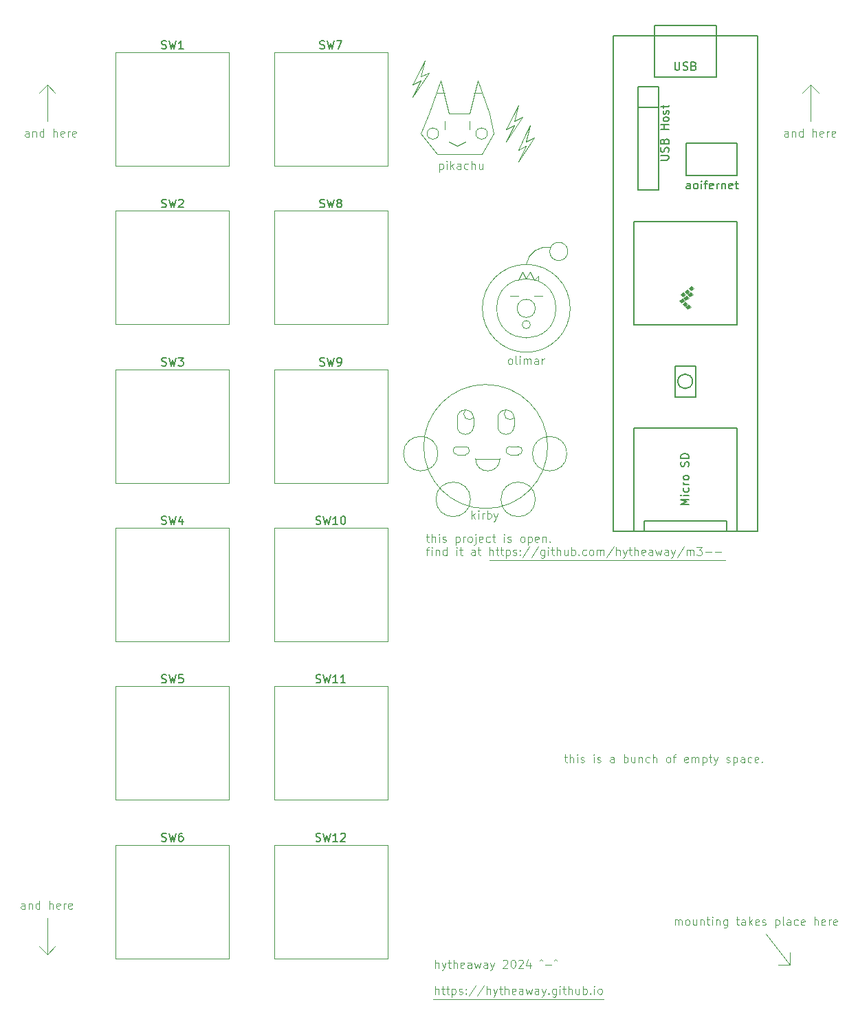
<source format=gbr>
%TF.GenerationSoftware,KiCad,Pcbnew,8.0.5*%
%TF.CreationDate,2024-11-15T19:55:36-05:00*%
%TF.ProjectId,m3++,6d332b2b-2e6b-4696-9361-645f70636258,rev?*%
%TF.SameCoordinates,Original*%
%TF.FileFunction,Legend,Top*%
%TF.FilePolarity,Positive*%
%FSLAX46Y46*%
G04 Gerber Fmt 4.6, Leading zero omitted, Abs format (unit mm)*
G04 Created by KiCad (PCBNEW 8.0.5) date 2024-11-15 19:55:36*
%MOMM*%
%LPD*%
G01*
G04 APERTURE LIST*
%ADD10C,0.100000*%
%ADD11C,0.150000*%
%ADD12C,0.120000*%
G04 APERTURE END LIST*
D10*
X155661027Y-104205752D02*
X156041979Y-104205752D01*
X155803884Y-103872419D02*
X155803884Y-104729561D01*
X155803884Y-104729561D02*
X155851503Y-104824800D01*
X155851503Y-104824800D02*
X155946741Y-104872419D01*
X155946741Y-104872419D02*
X156041979Y-104872419D01*
X156375313Y-104872419D02*
X156375313Y-103872419D01*
X156803884Y-104872419D02*
X156803884Y-104348609D01*
X156803884Y-104348609D02*
X156756265Y-104253371D01*
X156756265Y-104253371D02*
X156661027Y-104205752D01*
X156661027Y-104205752D02*
X156518170Y-104205752D01*
X156518170Y-104205752D02*
X156422932Y-104253371D01*
X156422932Y-104253371D02*
X156375313Y-104300990D01*
X157280075Y-104872419D02*
X157280075Y-104205752D01*
X157280075Y-103872419D02*
X157232456Y-103920038D01*
X157232456Y-103920038D02*
X157280075Y-103967657D01*
X157280075Y-103967657D02*
X157327694Y-103920038D01*
X157327694Y-103920038D02*
X157280075Y-103872419D01*
X157280075Y-103872419D02*
X157280075Y-103967657D01*
X157708646Y-104824800D02*
X157803884Y-104872419D01*
X157803884Y-104872419D02*
X157994360Y-104872419D01*
X157994360Y-104872419D02*
X158089598Y-104824800D01*
X158089598Y-104824800D02*
X158137217Y-104729561D01*
X158137217Y-104729561D02*
X158137217Y-104681942D01*
X158137217Y-104681942D02*
X158089598Y-104586704D01*
X158089598Y-104586704D02*
X157994360Y-104539085D01*
X157994360Y-104539085D02*
X157851503Y-104539085D01*
X157851503Y-104539085D02*
X157756265Y-104491466D01*
X157756265Y-104491466D02*
X157708646Y-104396228D01*
X157708646Y-104396228D02*
X157708646Y-104348609D01*
X157708646Y-104348609D02*
X157756265Y-104253371D01*
X157756265Y-104253371D02*
X157851503Y-104205752D01*
X157851503Y-104205752D02*
X157994360Y-104205752D01*
X157994360Y-104205752D02*
X158089598Y-104253371D01*
X159327694Y-104872419D02*
X159327694Y-104205752D01*
X159327694Y-103872419D02*
X159280075Y-103920038D01*
X159280075Y-103920038D02*
X159327694Y-103967657D01*
X159327694Y-103967657D02*
X159375313Y-103920038D01*
X159375313Y-103920038D02*
X159327694Y-103872419D01*
X159327694Y-103872419D02*
X159327694Y-103967657D01*
X159756265Y-104824800D02*
X159851503Y-104872419D01*
X159851503Y-104872419D02*
X160041979Y-104872419D01*
X160041979Y-104872419D02*
X160137217Y-104824800D01*
X160137217Y-104824800D02*
X160184836Y-104729561D01*
X160184836Y-104729561D02*
X160184836Y-104681942D01*
X160184836Y-104681942D02*
X160137217Y-104586704D01*
X160137217Y-104586704D02*
X160041979Y-104539085D01*
X160041979Y-104539085D02*
X159899122Y-104539085D01*
X159899122Y-104539085D02*
X159803884Y-104491466D01*
X159803884Y-104491466D02*
X159756265Y-104396228D01*
X159756265Y-104396228D02*
X159756265Y-104348609D01*
X159756265Y-104348609D02*
X159803884Y-104253371D01*
X159803884Y-104253371D02*
X159899122Y-104205752D01*
X159899122Y-104205752D02*
X160041979Y-104205752D01*
X160041979Y-104205752D02*
X160137217Y-104253371D01*
X161803884Y-104872419D02*
X161803884Y-104348609D01*
X161803884Y-104348609D02*
X161756265Y-104253371D01*
X161756265Y-104253371D02*
X161661027Y-104205752D01*
X161661027Y-104205752D02*
X161470551Y-104205752D01*
X161470551Y-104205752D02*
X161375313Y-104253371D01*
X161803884Y-104824800D02*
X161708646Y-104872419D01*
X161708646Y-104872419D02*
X161470551Y-104872419D01*
X161470551Y-104872419D02*
X161375313Y-104824800D01*
X161375313Y-104824800D02*
X161327694Y-104729561D01*
X161327694Y-104729561D02*
X161327694Y-104634323D01*
X161327694Y-104634323D02*
X161375313Y-104539085D01*
X161375313Y-104539085D02*
X161470551Y-104491466D01*
X161470551Y-104491466D02*
X161708646Y-104491466D01*
X161708646Y-104491466D02*
X161803884Y-104443847D01*
X163041980Y-104872419D02*
X163041980Y-103872419D01*
X163041980Y-104253371D02*
X163137218Y-104205752D01*
X163137218Y-104205752D02*
X163327694Y-104205752D01*
X163327694Y-104205752D02*
X163422932Y-104253371D01*
X163422932Y-104253371D02*
X163470551Y-104300990D01*
X163470551Y-104300990D02*
X163518170Y-104396228D01*
X163518170Y-104396228D02*
X163518170Y-104681942D01*
X163518170Y-104681942D02*
X163470551Y-104777180D01*
X163470551Y-104777180D02*
X163422932Y-104824800D01*
X163422932Y-104824800D02*
X163327694Y-104872419D01*
X163327694Y-104872419D02*
X163137218Y-104872419D01*
X163137218Y-104872419D02*
X163041980Y-104824800D01*
X164375313Y-104205752D02*
X164375313Y-104872419D01*
X163946742Y-104205752D02*
X163946742Y-104729561D01*
X163946742Y-104729561D02*
X163994361Y-104824800D01*
X163994361Y-104824800D02*
X164089599Y-104872419D01*
X164089599Y-104872419D02*
X164232456Y-104872419D01*
X164232456Y-104872419D02*
X164327694Y-104824800D01*
X164327694Y-104824800D02*
X164375313Y-104777180D01*
X164851504Y-104205752D02*
X164851504Y-104872419D01*
X164851504Y-104300990D02*
X164899123Y-104253371D01*
X164899123Y-104253371D02*
X164994361Y-104205752D01*
X164994361Y-104205752D02*
X165137218Y-104205752D01*
X165137218Y-104205752D02*
X165232456Y-104253371D01*
X165232456Y-104253371D02*
X165280075Y-104348609D01*
X165280075Y-104348609D02*
X165280075Y-104872419D01*
X166184837Y-104824800D02*
X166089599Y-104872419D01*
X166089599Y-104872419D02*
X165899123Y-104872419D01*
X165899123Y-104872419D02*
X165803885Y-104824800D01*
X165803885Y-104824800D02*
X165756266Y-104777180D01*
X165756266Y-104777180D02*
X165708647Y-104681942D01*
X165708647Y-104681942D02*
X165708647Y-104396228D01*
X165708647Y-104396228D02*
X165756266Y-104300990D01*
X165756266Y-104300990D02*
X165803885Y-104253371D01*
X165803885Y-104253371D02*
X165899123Y-104205752D01*
X165899123Y-104205752D02*
X166089599Y-104205752D01*
X166089599Y-104205752D02*
X166184837Y-104253371D01*
X166613409Y-104872419D02*
X166613409Y-103872419D01*
X167041980Y-104872419D02*
X167041980Y-104348609D01*
X167041980Y-104348609D02*
X166994361Y-104253371D01*
X166994361Y-104253371D02*
X166899123Y-104205752D01*
X166899123Y-104205752D02*
X166756266Y-104205752D01*
X166756266Y-104205752D02*
X166661028Y-104253371D01*
X166661028Y-104253371D02*
X166613409Y-104300990D01*
X168422933Y-104872419D02*
X168327695Y-104824800D01*
X168327695Y-104824800D02*
X168280076Y-104777180D01*
X168280076Y-104777180D02*
X168232457Y-104681942D01*
X168232457Y-104681942D02*
X168232457Y-104396228D01*
X168232457Y-104396228D02*
X168280076Y-104300990D01*
X168280076Y-104300990D02*
X168327695Y-104253371D01*
X168327695Y-104253371D02*
X168422933Y-104205752D01*
X168422933Y-104205752D02*
X168565790Y-104205752D01*
X168565790Y-104205752D02*
X168661028Y-104253371D01*
X168661028Y-104253371D02*
X168708647Y-104300990D01*
X168708647Y-104300990D02*
X168756266Y-104396228D01*
X168756266Y-104396228D02*
X168756266Y-104681942D01*
X168756266Y-104681942D02*
X168708647Y-104777180D01*
X168708647Y-104777180D02*
X168661028Y-104824800D01*
X168661028Y-104824800D02*
X168565790Y-104872419D01*
X168565790Y-104872419D02*
X168422933Y-104872419D01*
X169041981Y-104205752D02*
X169422933Y-104205752D01*
X169184838Y-104872419D02*
X169184838Y-104015276D01*
X169184838Y-104015276D02*
X169232457Y-103920038D01*
X169232457Y-103920038D02*
X169327695Y-103872419D01*
X169327695Y-103872419D02*
X169422933Y-103872419D01*
X170899124Y-104824800D02*
X170803886Y-104872419D01*
X170803886Y-104872419D02*
X170613410Y-104872419D01*
X170613410Y-104872419D02*
X170518172Y-104824800D01*
X170518172Y-104824800D02*
X170470553Y-104729561D01*
X170470553Y-104729561D02*
X170470553Y-104348609D01*
X170470553Y-104348609D02*
X170518172Y-104253371D01*
X170518172Y-104253371D02*
X170613410Y-104205752D01*
X170613410Y-104205752D02*
X170803886Y-104205752D01*
X170803886Y-104205752D02*
X170899124Y-104253371D01*
X170899124Y-104253371D02*
X170946743Y-104348609D01*
X170946743Y-104348609D02*
X170946743Y-104443847D01*
X170946743Y-104443847D02*
X170470553Y-104539085D01*
X171375315Y-104872419D02*
X171375315Y-104205752D01*
X171375315Y-104300990D02*
X171422934Y-104253371D01*
X171422934Y-104253371D02*
X171518172Y-104205752D01*
X171518172Y-104205752D02*
X171661029Y-104205752D01*
X171661029Y-104205752D02*
X171756267Y-104253371D01*
X171756267Y-104253371D02*
X171803886Y-104348609D01*
X171803886Y-104348609D02*
X171803886Y-104872419D01*
X171803886Y-104348609D02*
X171851505Y-104253371D01*
X171851505Y-104253371D02*
X171946743Y-104205752D01*
X171946743Y-104205752D02*
X172089600Y-104205752D01*
X172089600Y-104205752D02*
X172184839Y-104253371D01*
X172184839Y-104253371D02*
X172232458Y-104348609D01*
X172232458Y-104348609D02*
X172232458Y-104872419D01*
X172708648Y-104205752D02*
X172708648Y-105205752D01*
X172708648Y-104253371D02*
X172803886Y-104205752D01*
X172803886Y-104205752D02*
X172994362Y-104205752D01*
X172994362Y-104205752D02*
X173089600Y-104253371D01*
X173089600Y-104253371D02*
X173137219Y-104300990D01*
X173137219Y-104300990D02*
X173184838Y-104396228D01*
X173184838Y-104396228D02*
X173184838Y-104681942D01*
X173184838Y-104681942D02*
X173137219Y-104777180D01*
X173137219Y-104777180D02*
X173089600Y-104824800D01*
X173089600Y-104824800D02*
X172994362Y-104872419D01*
X172994362Y-104872419D02*
X172803886Y-104872419D01*
X172803886Y-104872419D02*
X172708648Y-104824800D01*
X173470553Y-104205752D02*
X173851505Y-104205752D01*
X173613410Y-103872419D02*
X173613410Y-104729561D01*
X173613410Y-104729561D02*
X173661029Y-104824800D01*
X173661029Y-104824800D02*
X173756267Y-104872419D01*
X173756267Y-104872419D02*
X173851505Y-104872419D01*
X174089601Y-104205752D02*
X174327696Y-104872419D01*
X174565791Y-104205752D02*
X174327696Y-104872419D01*
X174327696Y-104872419D02*
X174232458Y-105110514D01*
X174232458Y-105110514D02*
X174184839Y-105158133D01*
X174184839Y-105158133D02*
X174089601Y-105205752D01*
X175661030Y-104824800D02*
X175756268Y-104872419D01*
X175756268Y-104872419D02*
X175946744Y-104872419D01*
X175946744Y-104872419D02*
X176041982Y-104824800D01*
X176041982Y-104824800D02*
X176089601Y-104729561D01*
X176089601Y-104729561D02*
X176089601Y-104681942D01*
X176089601Y-104681942D02*
X176041982Y-104586704D01*
X176041982Y-104586704D02*
X175946744Y-104539085D01*
X175946744Y-104539085D02*
X175803887Y-104539085D01*
X175803887Y-104539085D02*
X175708649Y-104491466D01*
X175708649Y-104491466D02*
X175661030Y-104396228D01*
X175661030Y-104396228D02*
X175661030Y-104348609D01*
X175661030Y-104348609D02*
X175708649Y-104253371D01*
X175708649Y-104253371D02*
X175803887Y-104205752D01*
X175803887Y-104205752D02*
X175946744Y-104205752D01*
X175946744Y-104205752D02*
X176041982Y-104253371D01*
X176518173Y-104205752D02*
X176518173Y-105205752D01*
X176518173Y-104253371D02*
X176613411Y-104205752D01*
X176613411Y-104205752D02*
X176803887Y-104205752D01*
X176803887Y-104205752D02*
X176899125Y-104253371D01*
X176899125Y-104253371D02*
X176946744Y-104300990D01*
X176946744Y-104300990D02*
X176994363Y-104396228D01*
X176994363Y-104396228D02*
X176994363Y-104681942D01*
X176994363Y-104681942D02*
X176946744Y-104777180D01*
X176946744Y-104777180D02*
X176899125Y-104824800D01*
X176899125Y-104824800D02*
X176803887Y-104872419D01*
X176803887Y-104872419D02*
X176613411Y-104872419D01*
X176613411Y-104872419D02*
X176518173Y-104824800D01*
X177851506Y-104872419D02*
X177851506Y-104348609D01*
X177851506Y-104348609D02*
X177803887Y-104253371D01*
X177803887Y-104253371D02*
X177708649Y-104205752D01*
X177708649Y-104205752D02*
X177518173Y-104205752D01*
X177518173Y-104205752D02*
X177422935Y-104253371D01*
X177851506Y-104824800D02*
X177756268Y-104872419D01*
X177756268Y-104872419D02*
X177518173Y-104872419D01*
X177518173Y-104872419D02*
X177422935Y-104824800D01*
X177422935Y-104824800D02*
X177375316Y-104729561D01*
X177375316Y-104729561D02*
X177375316Y-104634323D01*
X177375316Y-104634323D02*
X177422935Y-104539085D01*
X177422935Y-104539085D02*
X177518173Y-104491466D01*
X177518173Y-104491466D02*
X177756268Y-104491466D01*
X177756268Y-104491466D02*
X177851506Y-104443847D01*
X178756268Y-104824800D02*
X178661030Y-104872419D01*
X178661030Y-104872419D02*
X178470554Y-104872419D01*
X178470554Y-104872419D02*
X178375316Y-104824800D01*
X178375316Y-104824800D02*
X178327697Y-104777180D01*
X178327697Y-104777180D02*
X178280078Y-104681942D01*
X178280078Y-104681942D02*
X178280078Y-104396228D01*
X178280078Y-104396228D02*
X178327697Y-104300990D01*
X178327697Y-104300990D02*
X178375316Y-104253371D01*
X178375316Y-104253371D02*
X178470554Y-104205752D01*
X178470554Y-104205752D02*
X178661030Y-104205752D01*
X178661030Y-104205752D02*
X178756268Y-104253371D01*
X179565792Y-104824800D02*
X179470554Y-104872419D01*
X179470554Y-104872419D02*
X179280078Y-104872419D01*
X179280078Y-104872419D02*
X179184840Y-104824800D01*
X179184840Y-104824800D02*
X179137221Y-104729561D01*
X179137221Y-104729561D02*
X179137221Y-104348609D01*
X179137221Y-104348609D02*
X179184840Y-104253371D01*
X179184840Y-104253371D02*
X179280078Y-104205752D01*
X179280078Y-104205752D02*
X179470554Y-104205752D01*
X179470554Y-104205752D02*
X179565792Y-104253371D01*
X179565792Y-104253371D02*
X179613411Y-104348609D01*
X179613411Y-104348609D02*
X179613411Y-104443847D01*
X179613411Y-104443847D02*
X179137221Y-104539085D01*
X180041983Y-104777180D02*
X180089602Y-104824800D01*
X180089602Y-104824800D02*
X180041983Y-104872419D01*
X180041983Y-104872419D02*
X179994364Y-104824800D01*
X179994364Y-104824800D02*
X180041983Y-104777180D01*
X180041983Y-104777180D02*
X180041983Y-104872419D01*
X144303884Y-74872419D02*
X144303884Y-73872419D01*
X144399122Y-74491466D02*
X144684836Y-74872419D01*
X144684836Y-74205752D02*
X144303884Y-74586704D01*
X145113408Y-74872419D02*
X145113408Y-74205752D01*
X145113408Y-73872419D02*
X145065789Y-73920038D01*
X145065789Y-73920038D02*
X145113408Y-73967657D01*
X145113408Y-73967657D02*
X145161027Y-73920038D01*
X145161027Y-73920038D02*
X145113408Y-73872419D01*
X145113408Y-73872419D02*
X145113408Y-73967657D01*
X145589598Y-74872419D02*
X145589598Y-74205752D01*
X145589598Y-74396228D02*
X145637217Y-74300990D01*
X145637217Y-74300990D02*
X145684836Y-74253371D01*
X145684836Y-74253371D02*
X145780074Y-74205752D01*
X145780074Y-74205752D02*
X145875312Y-74205752D01*
X146208646Y-74872419D02*
X146208646Y-73872419D01*
X146208646Y-74253371D02*
X146303884Y-74205752D01*
X146303884Y-74205752D02*
X146494360Y-74205752D01*
X146494360Y-74205752D02*
X146589598Y-74253371D01*
X146589598Y-74253371D02*
X146637217Y-74300990D01*
X146637217Y-74300990D02*
X146684836Y-74396228D01*
X146684836Y-74396228D02*
X146684836Y-74681942D01*
X146684836Y-74681942D02*
X146637217Y-74777180D01*
X146637217Y-74777180D02*
X146589598Y-74824800D01*
X146589598Y-74824800D02*
X146494360Y-74872419D01*
X146494360Y-74872419D02*
X146303884Y-74872419D01*
X146303884Y-74872419D02*
X146208646Y-74824800D01*
X147018170Y-74205752D02*
X147256265Y-74872419D01*
X147494360Y-74205752D02*
X147256265Y-74872419D01*
X147256265Y-74872419D02*
X147161027Y-75110514D01*
X147161027Y-75110514D02*
X147113408Y-75158133D01*
X147113408Y-75158133D02*
X147018170Y-75205752D01*
X147500000Y-62500000D02*
X147500000Y-63500000D01*
X149499999Y-62499999D02*
G75*
G02*
X148500001Y-61500001I-499999J499999D01*
G01*
X149000000Y-67000000D02*
G75*
G02*
X149000000Y-66000000I0J500000D01*
G01*
X149500000Y-62500000D02*
X149500000Y-63500000D01*
X149000000Y-66000000D02*
X150000000Y-66000000D01*
X149500000Y-63500000D02*
G75*
G02*
X147500000Y-63500000I-1000000J0D01*
G01*
X147500000Y-62500000D02*
G75*
G02*
X149500000Y-62500000I1000000J0D01*
G01*
X149000000Y-67000000D02*
X150000000Y-67000000D01*
X150000000Y-66000000D02*
G75*
G02*
X150000000Y-67000000I0J-500000D01*
G01*
X143500000Y-66000000D02*
G75*
G02*
X143500000Y-67000000I0J-500000D01*
G01*
X142500000Y-67000000D02*
X143500000Y-67000000D01*
X142500000Y-66000000D02*
X143500000Y-66000000D01*
X142500000Y-67000000D02*
G75*
G02*
X142500000Y-66000000I0J500000D01*
G01*
X144499999Y-62499999D02*
G75*
G02*
X143500001Y-61500001I-499999J499999D01*
G01*
X144500000Y-63500000D02*
G75*
G02*
X142500000Y-63500000I-1000000J0D01*
G01*
X144500000Y-62500000D02*
X144500000Y-63500000D01*
X142500000Y-62500000D02*
X142500000Y-63500000D01*
X142500000Y-62500000D02*
G75*
G02*
X144500000Y-62500000I1000000J0D01*
G01*
X147750000Y-67500000D02*
G75*
G02*
X144750000Y-67500000I-1500000J0D01*
G01*
X144750000Y-67500000D02*
X147750000Y-67500000D01*
X156000000Y-66878680D02*
G75*
G02*
X151757360Y-66878680I-2121320J0D01*
G01*
X151757360Y-66878680D02*
G75*
G02*
X156000000Y-66878680I2121320J0D01*
G01*
X140121320Y-66878680D02*
G75*
G02*
X135878680Y-66878680I-2121320J0D01*
G01*
X135878680Y-66878680D02*
G75*
G02*
X140121320Y-66878680I2121320J0D01*
G01*
X152121320Y-72500000D02*
G75*
G02*
X147878680Y-72500000I-2121320J0D01*
G01*
X147878680Y-72500000D02*
G75*
G02*
X152121320Y-72500000I2121320J0D01*
G01*
X144121320Y-72500000D02*
G75*
G02*
X139878680Y-72500000I-2121320J0D01*
G01*
X139878680Y-72500000D02*
G75*
G02*
X144121320Y-72500000I2121320J0D01*
G01*
X153632169Y-66000000D02*
G75*
G02*
X138367831Y-66000000I-7632169J0D01*
G01*
X138367831Y-66000000D02*
G75*
G02*
X153632169Y-66000000I7632169J0D01*
G01*
X139500000Y-134000000D02*
X160500000Y-134000000D01*
X146500000Y-80000000D02*
X175500000Y-80000000D01*
X148946741Y-55872419D02*
X148851503Y-55824800D01*
X148851503Y-55824800D02*
X148803884Y-55777180D01*
X148803884Y-55777180D02*
X148756265Y-55681942D01*
X148756265Y-55681942D02*
X148756265Y-55396228D01*
X148756265Y-55396228D02*
X148803884Y-55300990D01*
X148803884Y-55300990D02*
X148851503Y-55253371D01*
X148851503Y-55253371D02*
X148946741Y-55205752D01*
X148946741Y-55205752D02*
X149089598Y-55205752D01*
X149089598Y-55205752D02*
X149184836Y-55253371D01*
X149184836Y-55253371D02*
X149232455Y-55300990D01*
X149232455Y-55300990D02*
X149280074Y-55396228D01*
X149280074Y-55396228D02*
X149280074Y-55681942D01*
X149280074Y-55681942D02*
X149232455Y-55777180D01*
X149232455Y-55777180D02*
X149184836Y-55824800D01*
X149184836Y-55824800D02*
X149089598Y-55872419D01*
X149089598Y-55872419D02*
X148946741Y-55872419D01*
X149851503Y-55872419D02*
X149756265Y-55824800D01*
X149756265Y-55824800D02*
X149708646Y-55729561D01*
X149708646Y-55729561D02*
X149708646Y-54872419D01*
X150232456Y-55872419D02*
X150232456Y-55205752D01*
X150232456Y-54872419D02*
X150184837Y-54920038D01*
X150184837Y-54920038D02*
X150232456Y-54967657D01*
X150232456Y-54967657D02*
X150280075Y-54920038D01*
X150280075Y-54920038D02*
X150232456Y-54872419D01*
X150232456Y-54872419D02*
X150232456Y-54967657D01*
X150708646Y-55872419D02*
X150708646Y-55205752D01*
X150708646Y-55300990D02*
X150756265Y-55253371D01*
X150756265Y-55253371D02*
X150851503Y-55205752D01*
X150851503Y-55205752D02*
X150994360Y-55205752D01*
X150994360Y-55205752D02*
X151089598Y-55253371D01*
X151089598Y-55253371D02*
X151137217Y-55348609D01*
X151137217Y-55348609D02*
X151137217Y-55872419D01*
X151137217Y-55348609D02*
X151184836Y-55253371D01*
X151184836Y-55253371D02*
X151280074Y-55205752D01*
X151280074Y-55205752D02*
X151422931Y-55205752D01*
X151422931Y-55205752D02*
X151518170Y-55253371D01*
X151518170Y-55253371D02*
X151565789Y-55348609D01*
X151565789Y-55348609D02*
X151565789Y-55872419D01*
X152470550Y-55872419D02*
X152470550Y-55348609D01*
X152470550Y-55348609D02*
X152422931Y-55253371D01*
X152422931Y-55253371D02*
X152327693Y-55205752D01*
X152327693Y-55205752D02*
X152137217Y-55205752D01*
X152137217Y-55205752D02*
X152041979Y-55253371D01*
X152470550Y-55824800D02*
X152375312Y-55872419D01*
X152375312Y-55872419D02*
X152137217Y-55872419D01*
X152137217Y-55872419D02*
X152041979Y-55824800D01*
X152041979Y-55824800D02*
X151994360Y-55729561D01*
X151994360Y-55729561D02*
X151994360Y-55634323D01*
X151994360Y-55634323D02*
X152041979Y-55539085D01*
X152041979Y-55539085D02*
X152137217Y-55491466D01*
X152137217Y-55491466D02*
X152375312Y-55491466D01*
X152375312Y-55491466D02*
X152470550Y-55443847D01*
X152946741Y-55872419D02*
X152946741Y-55205752D01*
X152946741Y-55396228D02*
X152994360Y-55300990D01*
X152994360Y-55300990D02*
X153041979Y-55253371D01*
X153041979Y-55253371D02*
X153137217Y-55205752D01*
X153137217Y-55205752D02*
X153232455Y-55205752D01*
X140303884Y-31205752D02*
X140303884Y-32205752D01*
X140303884Y-31253371D02*
X140399122Y-31205752D01*
X140399122Y-31205752D02*
X140589598Y-31205752D01*
X140589598Y-31205752D02*
X140684836Y-31253371D01*
X140684836Y-31253371D02*
X140732455Y-31300990D01*
X140732455Y-31300990D02*
X140780074Y-31396228D01*
X140780074Y-31396228D02*
X140780074Y-31681942D01*
X140780074Y-31681942D02*
X140732455Y-31777180D01*
X140732455Y-31777180D02*
X140684836Y-31824800D01*
X140684836Y-31824800D02*
X140589598Y-31872419D01*
X140589598Y-31872419D02*
X140399122Y-31872419D01*
X140399122Y-31872419D02*
X140303884Y-31824800D01*
X141208646Y-31872419D02*
X141208646Y-31205752D01*
X141208646Y-30872419D02*
X141161027Y-30920038D01*
X141161027Y-30920038D02*
X141208646Y-30967657D01*
X141208646Y-30967657D02*
X141256265Y-30920038D01*
X141256265Y-30920038D02*
X141208646Y-30872419D01*
X141208646Y-30872419D02*
X141208646Y-30967657D01*
X141684836Y-31872419D02*
X141684836Y-30872419D01*
X141780074Y-31491466D02*
X142065788Y-31872419D01*
X142065788Y-31205752D02*
X141684836Y-31586704D01*
X142922931Y-31872419D02*
X142922931Y-31348609D01*
X142922931Y-31348609D02*
X142875312Y-31253371D01*
X142875312Y-31253371D02*
X142780074Y-31205752D01*
X142780074Y-31205752D02*
X142589598Y-31205752D01*
X142589598Y-31205752D02*
X142494360Y-31253371D01*
X142922931Y-31824800D02*
X142827693Y-31872419D01*
X142827693Y-31872419D02*
X142589598Y-31872419D01*
X142589598Y-31872419D02*
X142494360Y-31824800D01*
X142494360Y-31824800D02*
X142446741Y-31729561D01*
X142446741Y-31729561D02*
X142446741Y-31634323D01*
X142446741Y-31634323D02*
X142494360Y-31539085D01*
X142494360Y-31539085D02*
X142589598Y-31491466D01*
X142589598Y-31491466D02*
X142827693Y-31491466D01*
X142827693Y-31491466D02*
X142922931Y-31443847D01*
X143827693Y-31824800D02*
X143732455Y-31872419D01*
X143732455Y-31872419D02*
X143541979Y-31872419D01*
X143541979Y-31872419D02*
X143446741Y-31824800D01*
X143446741Y-31824800D02*
X143399122Y-31777180D01*
X143399122Y-31777180D02*
X143351503Y-31681942D01*
X143351503Y-31681942D02*
X143351503Y-31396228D01*
X143351503Y-31396228D02*
X143399122Y-31300990D01*
X143399122Y-31300990D02*
X143446741Y-31253371D01*
X143446741Y-31253371D02*
X143541979Y-31205752D01*
X143541979Y-31205752D02*
X143732455Y-31205752D01*
X143732455Y-31205752D02*
X143827693Y-31253371D01*
X144256265Y-31872419D02*
X144256265Y-30872419D01*
X144684836Y-31872419D02*
X144684836Y-31348609D01*
X144684836Y-31348609D02*
X144637217Y-31253371D01*
X144637217Y-31253371D02*
X144541979Y-31205752D01*
X144541979Y-31205752D02*
X144399122Y-31205752D01*
X144399122Y-31205752D02*
X144303884Y-31253371D01*
X144303884Y-31253371D02*
X144256265Y-31300990D01*
X145589598Y-31205752D02*
X145589598Y-31872419D01*
X145161027Y-31205752D02*
X145161027Y-31729561D01*
X145161027Y-31729561D02*
X145208646Y-31824800D01*
X145208646Y-31824800D02*
X145303884Y-31872419D01*
X145303884Y-31872419D02*
X145446741Y-31872419D01*
X145446741Y-31872419D02*
X145541979Y-31824800D01*
X145541979Y-31824800D02*
X145589598Y-31777180D01*
X152500000Y-45000000D02*
X152500000Y-45500000D01*
X152000000Y-45500000D02*
X152500000Y-45000000D01*
X151500000Y-44500000D02*
X152000000Y-45500000D01*
X151000000Y-45359946D02*
X151500000Y-44500000D01*
X150500000Y-44500000D02*
X151000000Y-45359946D01*
X150000000Y-45500000D02*
X150500000Y-44500000D01*
X151500000Y-51000000D02*
G75*
G02*
X150500000Y-51000000I-500000J0D01*
G01*
X150500000Y-51000000D02*
G75*
G02*
X151500000Y-51000000I500000J0D01*
G01*
X152000000Y-47500000D02*
X153000000Y-47500000D01*
X149000000Y-47500000D02*
X150000000Y-47500000D01*
X152118034Y-49000000D02*
G75*
G02*
X149881966Y-49000000I-1118034J0D01*
G01*
X149881966Y-49000000D02*
G75*
G02*
X152118034Y-49000000I1118034J0D01*
G01*
X154640055Y-49000000D02*
G75*
G02*
X147359945Y-49000000I-3640055J0D01*
G01*
X147359945Y-49000000D02*
G75*
G02*
X154640055Y-49000000I3640055J0D01*
G01*
X156118034Y-42000000D02*
G75*
G02*
X153881966Y-42000000I-1118034J0D01*
G01*
X153881966Y-42000000D02*
G75*
G02*
X156118034Y-42000000I1118034J0D01*
G01*
X151000001Y-43591674D02*
G75*
G02*
X154114373Y-41542507I2499999J-408326D01*
G01*
X156408327Y-49000000D02*
G75*
G02*
X145591673Y-49000000I-5408327J0D01*
G01*
X145591673Y-49000000D02*
G75*
G02*
X156408327Y-49000000I5408327J0D01*
G01*
X138500000Y-18500000D02*
X138000000Y-20500000D01*
X139000000Y-20000000D02*
X137000000Y-23000000D01*
X138000000Y-19500000D02*
X138500000Y-18500000D01*
X138000000Y-20500000D02*
X139000000Y-20000000D01*
X137000000Y-21500000D02*
X138000000Y-21000000D01*
X138000000Y-19500000D02*
X137000000Y-21500000D01*
X138000000Y-21000000D02*
X137000000Y-23000000D01*
X151500000Y-26500000D02*
X151000000Y-28500000D01*
X152000000Y-28000000D02*
X150000000Y-31000000D01*
X151000000Y-27500000D02*
X151500000Y-26500000D01*
X151000000Y-28500000D02*
X152000000Y-28000000D01*
X150000000Y-29500000D02*
X151000000Y-29000000D01*
X151000000Y-27500000D02*
X150000000Y-29500000D01*
X151000000Y-29000000D02*
X150000000Y-31000000D01*
X150500000Y-25500000D02*
X148500000Y-28500000D01*
X149500000Y-26000000D02*
X150500000Y-25500000D01*
X150000000Y-24000000D02*
X149500000Y-26000000D01*
X149500000Y-25000000D02*
X150000000Y-24000000D01*
X149500000Y-26500000D02*
X148500000Y-28500000D01*
X148500000Y-27000000D02*
X149500000Y-26500000D01*
X149500000Y-25000000D02*
X148500000Y-27000000D01*
X142500000Y-29000000D02*
X143500000Y-28500000D01*
X141500000Y-28500000D02*
X142500000Y-29000000D01*
X144000000Y-26000000D02*
X144000000Y-27000000D01*
X141000000Y-26000000D02*
X141000000Y-27000000D01*
X146207107Y-27500000D02*
G75*
G02*
X144792893Y-27500000I-707107J0D01*
G01*
X144792893Y-27500000D02*
G75*
G02*
X146207107Y-27500000I707107J0D01*
G01*
X140207107Y-27500000D02*
G75*
G02*
X138792893Y-27500000I-707107J0D01*
G01*
X138792893Y-27500000D02*
G75*
G02*
X140207107Y-27500000I707107J0D01*
G01*
X144500000Y-22500000D02*
X145500000Y-22500000D01*
X140500000Y-22500000D02*
X141000000Y-22500000D01*
X140000000Y-22500000D02*
X140500000Y-22500000D01*
X138000000Y-27500000D02*
X139000000Y-25000000D01*
X140000000Y-30000000D02*
X138000000Y-27500000D01*
X140500000Y-30000000D02*
X140000000Y-30000000D01*
X145500000Y-30000000D02*
X140500000Y-30000000D01*
X147000000Y-27500000D02*
X145500000Y-30000000D01*
X146500000Y-25000000D02*
X147000000Y-27500000D01*
X145000000Y-21000000D02*
X146500000Y-25000000D01*
X144000000Y-25000000D02*
X145000000Y-21000000D01*
X141500000Y-25000000D02*
X144000000Y-25000000D01*
X140500000Y-21000000D02*
X141500000Y-25000000D01*
X139000000Y-25000000D02*
X140500000Y-21000000D01*
X183500000Y-129750000D02*
X182000000Y-129750000D01*
X92000000Y-21500000D02*
X91000000Y-22500000D01*
X92000000Y-21500000D02*
X92000000Y-26000000D01*
X186000000Y-21500000D02*
X185000000Y-22500000D01*
X186000000Y-21500000D02*
X187000000Y-22500000D01*
X91000000Y-22500000D02*
X92000000Y-21500000D01*
X185000000Y-22500000D02*
X186000000Y-21500000D01*
X186000000Y-21500000D02*
X186000000Y-26000000D01*
X183500000Y-129750000D02*
X183500000Y-128250000D01*
X92000000Y-21500000D02*
X93000000Y-22500000D01*
X91000000Y-127500000D02*
X92000000Y-128500000D01*
X183500000Y-128250000D02*
X183500000Y-129750000D01*
X180500000Y-126000000D02*
X183500000Y-129750000D01*
X92000000Y-124000000D02*
X92000000Y-128500000D01*
X93000000Y-127500000D02*
X92000000Y-128500000D01*
X92000000Y-128500000D02*
X93000000Y-127500000D01*
X138661027Y-77095808D02*
X139041979Y-77095808D01*
X138803884Y-76762475D02*
X138803884Y-77619617D01*
X138803884Y-77619617D02*
X138851503Y-77714856D01*
X138851503Y-77714856D02*
X138946741Y-77762475D01*
X138946741Y-77762475D02*
X139041979Y-77762475D01*
X139375313Y-77762475D02*
X139375313Y-76762475D01*
X139803884Y-77762475D02*
X139803884Y-77238665D01*
X139803884Y-77238665D02*
X139756265Y-77143427D01*
X139756265Y-77143427D02*
X139661027Y-77095808D01*
X139661027Y-77095808D02*
X139518170Y-77095808D01*
X139518170Y-77095808D02*
X139422932Y-77143427D01*
X139422932Y-77143427D02*
X139375313Y-77191046D01*
X140280075Y-77762475D02*
X140280075Y-77095808D01*
X140280075Y-76762475D02*
X140232456Y-76810094D01*
X140232456Y-76810094D02*
X140280075Y-76857713D01*
X140280075Y-76857713D02*
X140327694Y-76810094D01*
X140327694Y-76810094D02*
X140280075Y-76762475D01*
X140280075Y-76762475D02*
X140280075Y-76857713D01*
X140708646Y-77714856D02*
X140803884Y-77762475D01*
X140803884Y-77762475D02*
X140994360Y-77762475D01*
X140994360Y-77762475D02*
X141089598Y-77714856D01*
X141089598Y-77714856D02*
X141137217Y-77619617D01*
X141137217Y-77619617D02*
X141137217Y-77571998D01*
X141137217Y-77571998D02*
X141089598Y-77476760D01*
X141089598Y-77476760D02*
X140994360Y-77429141D01*
X140994360Y-77429141D02*
X140851503Y-77429141D01*
X140851503Y-77429141D02*
X140756265Y-77381522D01*
X140756265Y-77381522D02*
X140708646Y-77286284D01*
X140708646Y-77286284D02*
X140708646Y-77238665D01*
X140708646Y-77238665D02*
X140756265Y-77143427D01*
X140756265Y-77143427D02*
X140851503Y-77095808D01*
X140851503Y-77095808D02*
X140994360Y-77095808D01*
X140994360Y-77095808D02*
X141089598Y-77143427D01*
X142327694Y-77095808D02*
X142327694Y-78095808D01*
X142327694Y-77143427D02*
X142422932Y-77095808D01*
X142422932Y-77095808D02*
X142613408Y-77095808D01*
X142613408Y-77095808D02*
X142708646Y-77143427D01*
X142708646Y-77143427D02*
X142756265Y-77191046D01*
X142756265Y-77191046D02*
X142803884Y-77286284D01*
X142803884Y-77286284D02*
X142803884Y-77571998D01*
X142803884Y-77571998D02*
X142756265Y-77667236D01*
X142756265Y-77667236D02*
X142708646Y-77714856D01*
X142708646Y-77714856D02*
X142613408Y-77762475D01*
X142613408Y-77762475D02*
X142422932Y-77762475D01*
X142422932Y-77762475D02*
X142327694Y-77714856D01*
X143232456Y-77762475D02*
X143232456Y-77095808D01*
X143232456Y-77286284D02*
X143280075Y-77191046D01*
X143280075Y-77191046D02*
X143327694Y-77143427D01*
X143327694Y-77143427D02*
X143422932Y-77095808D01*
X143422932Y-77095808D02*
X143518170Y-77095808D01*
X143994361Y-77762475D02*
X143899123Y-77714856D01*
X143899123Y-77714856D02*
X143851504Y-77667236D01*
X143851504Y-77667236D02*
X143803885Y-77571998D01*
X143803885Y-77571998D02*
X143803885Y-77286284D01*
X143803885Y-77286284D02*
X143851504Y-77191046D01*
X143851504Y-77191046D02*
X143899123Y-77143427D01*
X143899123Y-77143427D02*
X143994361Y-77095808D01*
X143994361Y-77095808D02*
X144137218Y-77095808D01*
X144137218Y-77095808D02*
X144232456Y-77143427D01*
X144232456Y-77143427D02*
X144280075Y-77191046D01*
X144280075Y-77191046D02*
X144327694Y-77286284D01*
X144327694Y-77286284D02*
X144327694Y-77571998D01*
X144327694Y-77571998D02*
X144280075Y-77667236D01*
X144280075Y-77667236D02*
X144232456Y-77714856D01*
X144232456Y-77714856D02*
X144137218Y-77762475D01*
X144137218Y-77762475D02*
X143994361Y-77762475D01*
X144756266Y-77095808D02*
X144756266Y-77952951D01*
X144756266Y-77952951D02*
X144708647Y-78048189D01*
X144708647Y-78048189D02*
X144613409Y-78095808D01*
X144613409Y-78095808D02*
X144565790Y-78095808D01*
X144756266Y-76762475D02*
X144708647Y-76810094D01*
X144708647Y-76810094D02*
X144756266Y-76857713D01*
X144756266Y-76857713D02*
X144803885Y-76810094D01*
X144803885Y-76810094D02*
X144756266Y-76762475D01*
X144756266Y-76762475D02*
X144756266Y-76857713D01*
X145613408Y-77714856D02*
X145518170Y-77762475D01*
X145518170Y-77762475D02*
X145327694Y-77762475D01*
X145327694Y-77762475D02*
X145232456Y-77714856D01*
X145232456Y-77714856D02*
X145184837Y-77619617D01*
X145184837Y-77619617D02*
X145184837Y-77238665D01*
X145184837Y-77238665D02*
X145232456Y-77143427D01*
X145232456Y-77143427D02*
X145327694Y-77095808D01*
X145327694Y-77095808D02*
X145518170Y-77095808D01*
X145518170Y-77095808D02*
X145613408Y-77143427D01*
X145613408Y-77143427D02*
X145661027Y-77238665D01*
X145661027Y-77238665D02*
X145661027Y-77333903D01*
X145661027Y-77333903D02*
X145184837Y-77429141D01*
X146518170Y-77714856D02*
X146422932Y-77762475D01*
X146422932Y-77762475D02*
X146232456Y-77762475D01*
X146232456Y-77762475D02*
X146137218Y-77714856D01*
X146137218Y-77714856D02*
X146089599Y-77667236D01*
X146089599Y-77667236D02*
X146041980Y-77571998D01*
X146041980Y-77571998D02*
X146041980Y-77286284D01*
X146041980Y-77286284D02*
X146089599Y-77191046D01*
X146089599Y-77191046D02*
X146137218Y-77143427D01*
X146137218Y-77143427D02*
X146232456Y-77095808D01*
X146232456Y-77095808D02*
X146422932Y-77095808D01*
X146422932Y-77095808D02*
X146518170Y-77143427D01*
X146803885Y-77095808D02*
X147184837Y-77095808D01*
X146946742Y-76762475D02*
X146946742Y-77619617D01*
X146946742Y-77619617D02*
X146994361Y-77714856D01*
X146994361Y-77714856D02*
X147089599Y-77762475D01*
X147089599Y-77762475D02*
X147184837Y-77762475D01*
X148280076Y-77762475D02*
X148280076Y-77095808D01*
X148280076Y-76762475D02*
X148232457Y-76810094D01*
X148232457Y-76810094D02*
X148280076Y-76857713D01*
X148280076Y-76857713D02*
X148327695Y-76810094D01*
X148327695Y-76810094D02*
X148280076Y-76762475D01*
X148280076Y-76762475D02*
X148280076Y-76857713D01*
X148708647Y-77714856D02*
X148803885Y-77762475D01*
X148803885Y-77762475D02*
X148994361Y-77762475D01*
X148994361Y-77762475D02*
X149089599Y-77714856D01*
X149089599Y-77714856D02*
X149137218Y-77619617D01*
X149137218Y-77619617D02*
X149137218Y-77571998D01*
X149137218Y-77571998D02*
X149089599Y-77476760D01*
X149089599Y-77476760D02*
X148994361Y-77429141D01*
X148994361Y-77429141D02*
X148851504Y-77429141D01*
X148851504Y-77429141D02*
X148756266Y-77381522D01*
X148756266Y-77381522D02*
X148708647Y-77286284D01*
X148708647Y-77286284D02*
X148708647Y-77238665D01*
X148708647Y-77238665D02*
X148756266Y-77143427D01*
X148756266Y-77143427D02*
X148851504Y-77095808D01*
X148851504Y-77095808D02*
X148994361Y-77095808D01*
X148994361Y-77095808D02*
X149089599Y-77143427D01*
X150470552Y-77762475D02*
X150375314Y-77714856D01*
X150375314Y-77714856D02*
X150327695Y-77667236D01*
X150327695Y-77667236D02*
X150280076Y-77571998D01*
X150280076Y-77571998D02*
X150280076Y-77286284D01*
X150280076Y-77286284D02*
X150327695Y-77191046D01*
X150327695Y-77191046D02*
X150375314Y-77143427D01*
X150375314Y-77143427D02*
X150470552Y-77095808D01*
X150470552Y-77095808D02*
X150613409Y-77095808D01*
X150613409Y-77095808D02*
X150708647Y-77143427D01*
X150708647Y-77143427D02*
X150756266Y-77191046D01*
X150756266Y-77191046D02*
X150803885Y-77286284D01*
X150803885Y-77286284D02*
X150803885Y-77571998D01*
X150803885Y-77571998D02*
X150756266Y-77667236D01*
X150756266Y-77667236D02*
X150708647Y-77714856D01*
X150708647Y-77714856D02*
X150613409Y-77762475D01*
X150613409Y-77762475D02*
X150470552Y-77762475D01*
X151232457Y-77095808D02*
X151232457Y-78095808D01*
X151232457Y-77143427D02*
X151327695Y-77095808D01*
X151327695Y-77095808D02*
X151518171Y-77095808D01*
X151518171Y-77095808D02*
X151613409Y-77143427D01*
X151613409Y-77143427D02*
X151661028Y-77191046D01*
X151661028Y-77191046D02*
X151708647Y-77286284D01*
X151708647Y-77286284D02*
X151708647Y-77571998D01*
X151708647Y-77571998D02*
X151661028Y-77667236D01*
X151661028Y-77667236D02*
X151613409Y-77714856D01*
X151613409Y-77714856D02*
X151518171Y-77762475D01*
X151518171Y-77762475D02*
X151327695Y-77762475D01*
X151327695Y-77762475D02*
X151232457Y-77714856D01*
X152518171Y-77714856D02*
X152422933Y-77762475D01*
X152422933Y-77762475D02*
X152232457Y-77762475D01*
X152232457Y-77762475D02*
X152137219Y-77714856D01*
X152137219Y-77714856D02*
X152089600Y-77619617D01*
X152089600Y-77619617D02*
X152089600Y-77238665D01*
X152089600Y-77238665D02*
X152137219Y-77143427D01*
X152137219Y-77143427D02*
X152232457Y-77095808D01*
X152232457Y-77095808D02*
X152422933Y-77095808D01*
X152422933Y-77095808D02*
X152518171Y-77143427D01*
X152518171Y-77143427D02*
X152565790Y-77238665D01*
X152565790Y-77238665D02*
X152565790Y-77333903D01*
X152565790Y-77333903D02*
X152089600Y-77429141D01*
X152994362Y-77095808D02*
X152994362Y-77762475D01*
X152994362Y-77191046D02*
X153041981Y-77143427D01*
X153041981Y-77143427D02*
X153137219Y-77095808D01*
X153137219Y-77095808D02*
X153280076Y-77095808D01*
X153280076Y-77095808D02*
X153375314Y-77143427D01*
X153375314Y-77143427D02*
X153422933Y-77238665D01*
X153422933Y-77238665D02*
X153422933Y-77762475D01*
X153899124Y-77667236D02*
X153946743Y-77714856D01*
X153946743Y-77714856D02*
X153899124Y-77762475D01*
X153899124Y-77762475D02*
X153851505Y-77714856D01*
X153851505Y-77714856D02*
X153899124Y-77667236D01*
X153899124Y-77667236D02*
X153899124Y-77762475D01*
X138661027Y-78705752D02*
X139041979Y-78705752D01*
X138803884Y-79372419D02*
X138803884Y-78515276D01*
X138803884Y-78515276D02*
X138851503Y-78420038D01*
X138851503Y-78420038D02*
X138946741Y-78372419D01*
X138946741Y-78372419D02*
X139041979Y-78372419D01*
X139375313Y-79372419D02*
X139375313Y-78705752D01*
X139375313Y-78372419D02*
X139327694Y-78420038D01*
X139327694Y-78420038D02*
X139375313Y-78467657D01*
X139375313Y-78467657D02*
X139422932Y-78420038D01*
X139422932Y-78420038D02*
X139375313Y-78372419D01*
X139375313Y-78372419D02*
X139375313Y-78467657D01*
X139851503Y-78705752D02*
X139851503Y-79372419D01*
X139851503Y-78800990D02*
X139899122Y-78753371D01*
X139899122Y-78753371D02*
X139994360Y-78705752D01*
X139994360Y-78705752D02*
X140137217Y-78705752D01*
X140137217Y-78705752D02*
X140232455Y-78753371D01*
X140232455Y-78753371D02*
X140280074Y-78848609D01*
X140280074Y-78848609D02*
X140280074Y-79372419D01*
X141184836Y-79372419D02*
X141184836Y-78372419D01*
X141184836Y-79324800D02*
X141089598Y-79372419D01*
X141089598Y-79372419D02*
X140899122Y-79372419D01*
X140899122Y-79372419D02*
X140803884Y-79324800D01*
X140803884Y-79324800D02*
X140756265Y-79277180D01*
X140756265Y-79277180D02*
X140708646Y-79181942D01*
X140708646Y-79181942D02*
X140708646Y-78896228D01*
X140708646Y-78896228D02*
X140756265Y-78800990D01*
X140756265Y-78800990D02*
X140803884Y-78753371D01*
X140803884Y-78753371D02*
X140899122Y-78705752D01*
X140899122Y-78705752D02*
X141089598Y-78705752D01*
X141089598Y-78705752D02*
X141184836Y-78753371D01*
X142422932Y-79372419D02*
X142422932Y-78705752D01*
X142422932Y-78372419D02*
X142375313Y-78420038D01*
X142375313Y-78420038D02*
X142422932Y-78467657D01*
X142422932Y-78467657D02*
X142470551Y-78420038D01*
X142470551Y-78420038D02*
X142422932Y-78372419D01*
X142422932Y-78372419D02*
X142422932Y-78467657D01*
X142756265Y-78705752D02*
X143137217Y-78705752D01*
X142899122Y-78372419D02*
X142899122Y-79229561D01*
X142899122Y-79229561D02*
X142946741Y-79324800D01*
X142946741Y-79324800D02*
X143041979Y-79372419D01*
X143041979Y-79372419D02*
X143137217Y-79372419D01*
X144661027Y-79372419D02*
X144661027Y-78848609D01*
X144661027Y-78848609D02*
X144613408Y-78753371D01*
X144613408Y-78753371D02*
X144518170Y-78705752D01*
X144518170Y-78705752D02*
X144327694Y-78705752D01*
X144327694Y-78705752D02*
X144232456Y-78753371D01*
X144661027Y-79324800D02*
X144565789Y-79372419D01*
X144565789Y-79372419D02*
X144327694Y-79372419D01*
X144327694Y-79372419D02*
X144232456Y-79324800D01*
X144232456Y-79324800D02*
X144184837Y-79229561D01*
X144184837Y-79229561D02*
X144184837Y-79134323D01*
X144184837Y-79134323D02*
X144232456Y-79039085D01*
X144232456Y-79039085D02*
X144327694Y-78991466D01*
X144327694Y-78991466D02*
X144565789Y-78991466D01*
X144565789Y-78991466D02*
X144661027Y-78943847D01*
X144994361Y-78705752D02*
X145375313Y-78705752D01*
X145137218Y-78372419D02*
X145137218Y-79229561D01*
X145137218Y-79229561D02*
X145184837Y-79324800D01*
X145184837Y-79324800D02*
X145280075Y-79372419D01*
X145280075Y-79372419D02*
X145375313Y-79372419D01*
X146470552Y-79372419D02*
X146470552Y-78372419D01*
X146899123Y-79372419D02*
X146899123Y-78848609D01*
X146899123Y-78848609D02*
X146851504Y-78753371D01*
X146851504Y-78753371D02*
X146756266Y-78705752D01*
X146756266Y-78705752D02*
X146613409Y-78705752D01*
X146613409Y-78705752D02*
X146518171Y-78753371D01*
X146518171Y-78753371D02*
X146470552Y-78800990D01*
X147232457Y-78705752D02*
X147613409Y-78705752D01*
X147375314Y-78372419D02*
X147375314Y-79229561D01*
X147375314Y-79229561D02*
X147422933Y-79324800D01*
X147422933Y-79324800D02*
X147518171Y-79372419D01*
X147518171Y-79372419D02*
X147613409Y-79372419D01*
X147803886Y-78705752D02*
X148184838Y-78705752D01*
X147946743Y-78372419D02*
X147946743Y-79229561D01*
X147946743Y-79229561D02*
X147994362Y-79324800D01*
X147994362Y-79324800D02*
X148089600Y-79372419D01*
X148089600Y-79372419D02*
X148184838Y-79372419D01*
X148518172Y-78705752D02*
X148518172Y-79705752D01*
X148518172Y-78753371D02*
X148613410Y-78705752D01*
X148613410Y-78705752D02*
X148803886Y-78705752D01*
X148803886Y-78705752D02*
X148899124Y-78753371D01*
X148899124Y-78753371D02*
X148946743Y-78800990D01*
X148946743Y-78800990D02*
X148994362Y-78896228D01*
X148994362Y-78896228D02*
X148994362Y-79181942D01*
X148994362Y-79181942D02*
X148946743Y-79277180D01*
X148946743Y-79277180D02*
X148899124Y-79324800D01*
X148899124Y-79324800D02*
X148803886Y-79372419D01*
X148803886Y-79372419D02*
X148613410Y-79372419D01*
X148613410Y-79372419D02*
X148518172Y-79324800D01*
X149375315Y-79324800D02*
X149470553Y-79372419D01*
X149470553Y-79372419D02*
X149661029Y-79372419D01*
X149661029Y-79372419D02*
X149756267Y-79324800D01*
X149756267Y-79324800D02*
X149803886Y-79229561D01*
X149803886Y-79229561D02*
X149803886Y-79181942D01*
X149803886Y-79181942D02*
X149756267Y-79086704D01*
X149756267Y-79086704D02*
X149661029Y-79039085D01*
X149661029Y-79039085D02*
X149518172Y-79039085D01*
X149518172Y-79039085D02*
X149422934Y-78991466D01*
X149422934Y-78991466D02*
X149375315Y-78896228D01*
X149375315Y-78896228D02*
X149375315Y-78848609D01*
X149375315Y-78848609D02*
X149422934Y-78753371D01*
X149422934Y-78753371D02*
X149518172Y-78705752D01*
X149518172Y-78705752D02*
X149661029Y-78705752D01*
X149661029Y-78705752D02*
X149756267Y-78753371D01*
X150232458Y-79277180D02*
X150280077Y-79324800D01*
X150280077Y-79324800D02*
X150232458Y-79372419D01*
X150232458Y-79372419D02*
X150184839Y-79324800D01*
X150184839Y-79324800D02*
X150232458Y-79277180D01*
X150232458Y-79277180D02*
X150232458Y-79372419D01*
X150232458Y-78753371D02*
X150280077Y-78800990D01*
X150280077Y-78800990D02*
X150232458Y-78848609D01*
X150232458Y-78848609D02*
X150184839Y-78800990D01*
X150184839Y-78800990D02*
X150232458Y-78753371D01*
X150232458Y-78753371D02*
X150232458Y-78848609D01*
X151422933Y-78324800D02*
X150565791Y-79610514D01*
X152470552Y-78324800D02*
X151613410Y-79610514D01*
X153232457Y-78705752D02*
X153232457Y-79515276D01*
X153232457Y-79515276D02*
X153184838Y-79610514D01*
X153184838Y-79610514D02*
X153137219Y-79658133D01*
X153137219Y-79658133D02*
X153041981Y-79705752D01*
X153041981Y-79705752D02*
X152899124Y-79705752D01*
X152899124Y-79705752D02*
X152803886Y-79658133D01*
X153232457Y-79324800D02*
X153137219Y-79372419D01*
X153137219Y-79372419D02*
X152946743Y-79372419D01*
X152946743Y-79372419D02*
X152851505Y-79324800D01*
X152851505Y-79324800D02*
X152803886Y-79277180D01*
X152803886Y-79277180D02*
X152756267Y-79181942D01*
X152756267Y-79181942D02*
X152756267Y-78896228D01*
X152756267Y-78896228D02*
X152803886Y-78800990D01*
X152803886Y-78800990D02*
X152851505Y-78753371D01*
X152851505Y-78753371D02*
X152946743Y-78705752D01*
X152946743Y-78705752D02*
X153137219Y-78705752D01*
X153137219Y-78705752D02*
X153232457Y-78753371D01*
X153708648Y-79372419D02*
X153708648Y-78705752D01*
X153708648Y-78372419D02*
X153661029Y-78420038D01*
X153661029Y-78420038D02*
X153708648Y-78467657D01*
X153708648Y-78467657D02*
X153756267Y-78420038D01*
X153756267Y-78420038D02*
X153708648Y-78372419D01*
X153708648Y-78372419D02*
X153708648Y-78467657D01*
X154041981Y-78705752D02*
X154422933Y-78705752D01*
X154184838Y-78372419D02*
X154184838Y-79229561D01*
X154184838Y-79229561D02*
X154232457Y-79324800D01*
X154232457Y-79324800D02*
X154327695Y-79372419D01*
X154327695Y-79372419D02*
X154422933Y-79372419D01*
X154756267Y-79372419D02*
X154756267Y-78372419D01*
X155184838Y-79372419D02*
X155184838Y-78848609D01*
X155184838Y-78848609D02*
X155137219Y-78753371D01*
X155137219Y-78753371D02*
X155041981Y-78705752D01*
X155041981Y-78705752D02*
X154899124Y-78705752D01*
X154899124Y-78705752D02*
X154803886Y-78753371D01*
X154803886Y-78753371D02*
X154756267Y-78800990D01*
X156089600Y-78705752D02*
X156089600Y-79372419D01*
X155661029Y-78705752D02*
X155661029Y-79229561D01*
X155661029Y-79229561D02*
X155708648Y-79324800D01*
X155708648Y-79324800D02*
X155803886Y-79372419D01*
X155803886Y-79372419D02*
X155946743Y-79372419D01*
X155946743Y-79372419D02*
X156041981Y-79324800D01*
X156041981Y-79324800D02*
X156089600Y-79277180D01*
X156565791Y-79372419D02*
X156565791Y-78372419D01*
X156565791Y-78753371D02*
X156661029Y-78705752D01*
X156661029Y-78705752D02*
X156851505Y-78705752D01*
X156851505Y-78705752D02*
X156946743Y-78753371D01*
X156946743Y-78753371D02*
X156994362Y-78800990D01*
X156994362Y-78800990D02*
X157041981Y-78896228D01*
X157041981Y-78896228D02*
X157041981Y-79181942D01*
X157041981Y-79181942D02*
X156994362Y-79277180D01*
X156994362Y-79277180D02*
X156946743Y-79324800D01*
X156946743Y-79324800D02*
X156851505Y-79372419D01*
X156851505Y-79372419D02*
X156661029Y-79372419D01*
X156661029Y-79372419D02*
X156565791Y-79324800D01*
X157470553Y-79277180D02*
X157518172Y-79324800D01*
X157518172Y-79324800D02*
X157470553Y-79372419D01*
X157470553Y-79372419D02*
X157422934Y-79324800D01*
X157422934Y-79324800D02*
X157470553Y-79277180D01*
X157470553Y-79277180D02*
X157470553Y-79372419D01*
X158375314Y-79324800D02*
X158280076Y-79372419D01*
X158280076Y-79372419D02*
X158089600Y-79372419D01*
X158089600Y-79372419D02*
X157994362Y-79324800D01*
X157994362Y-79324800D02*
X157946743Y-79277180D01*
X157946743Y-79277180D02*
X157899124Y-79181942D01*
X157899124Y-79181942D02*
X157899124Y-78896228D01*
X157899124Y-78896228D02*
X157946743Y-78800990D01*
X157946743Y-78800990D02*
X157994362Y-78753371D01*
X157994362Y-78753371D02*
X158089600Y-78705752D01*
X158089600Y-78705752D02*
X158280076Y-78705752D01*
X158280076Y-78705752D02*
X158375314Y-78753371D01*
X158946743Y-79372419D02*
X158851505Y-79324800D01*
X158851505Y-79324800D02*
X158803886Y-79277180D01*
X158803886Y-79277180D02*
X158756267Y-79181942D01*
X158756267Y-79181942D02*
X158756267Y-78896228D01*
X158756267Y-78896228D02*
X158803886Y-78800990D01*
X158803886Y-78800990D02*
X158851505Y-78753371D01*
X158851505Y-78753371D02*
X158946743Y-78705752D01*
X158946743Y-78705752D02*
X159089600Y-78705752D01*
X159089600Y-78705752D02*
X159184838Y-78753371D01*
X159184838Y-78753371D02*
X159232457Y-78800990D01*
X159232457Y-78800990D02*
X159280076Y-78896228D01*
X159280076Y-78896228D02*
X159280076Y-79181942D01*
X159280076Y-79181942D02*
X159232457Y-79277180D01*
X159232457Y-79277180D02*
X159184838Y-79324800D01*
X159184838Y-79324800D02*
X159089600Y-79372419D01*
X159089600Y-79372419D02*
X158946743Y-79372419D01*
X159708648Y-79372419D02*
X159708648Y-78705752D01*
X159708648Y-78800990D02*
X159756267Y-78753371D01*
X159756267Y-78753371D02*
X159851505Y-78705752D01*
X159851505Y-78705752D02*
X159994362Y-78705752D01*
X159994362Y-78705752D02*
X160089600Y-78753371D01*
X160089600Y-78753371D02*
X160137219Y-78848609D01*
X160137219Y-78848609D02*
X160137219Y-79372419D01*
X160137219Y-78848609D02*
X160184838Y-78753371D01*
X160184838Y-78753371D02*
X160280076Y-78705752D01*
X160280076Y-78705752D02*
X160422933Y-78705752D01*
X160422933Y-78705752D02*
X160518172Y-78753371D01*
X160518172Y-78753371D02*
X160565791Y-78848609D01*
X160565791Y-78848609D02*
X160565791Y-79372419D01*
X161756266Y-78324800D02*
X160899124Y-79610514D01*
X162089600Y-79372419D02*
X162089600Y-78372419D01*
X162518171Y-79372419D02*
X162518171Y-78848609D01*
X162518171Y-78848609D02*
X162470552Y-78753371D01*
X162470552Y-78753371D02*
X162375314Y-78705752D01*
X162375314Y-78705752D02*
X162232457Y-78705752D01*
X162232457Y-78705752D02*
X162137219Y-78753371D01*
X162137219Y-78753371D02*
X162089600Y-78800990D01*
X162899124Y-78705752D02*
X163137219Y-79372419D01*
X163375314Y-78705752D02*
X163137219Y-79372419D01*
X163137219Y-79372419D02*
X163041981Y-79610514D01*
X163041981Y-79610514D02*
X162994362Y-79658133D01*
X162994362Y-79658133D02*
X162899124Y-79705752D01*
X163613410Y-78705752D02*
X163994362Y-78705752D01*
X163756267Y-78372419D02*
X163756267Y-79229561D01*
X163756267Y-79229561D02*
X163803886Y-79324800D01*
X163803886Y-79324800D02*
X163899124Y-79372419D01*
X163899124Y-79372419D02*
X163994362Y-79372419D01*
X164327696Y-79372419D02*
X164327696Y-78372419D01*
X164756267Y-79372419D02*
X164756267Y-78848609D01*
X164756267Y-78848609D02*
X164708648Y-78753371D01*
X164708648Y-78753371D02*
X164613410Y-78705752D01*
X164613410Y-78705752D02*
X164470553Y-78705752D01*
X164470553Y-78705752D02*
X164375315Y-78753371D01*
X164375315Y-78753371D02*
X164327696Y-78800990D01*
X165613410Y-79324800D02*
X165518172Y-79372419D01*
X165518172Y-79372419D02*
X165327696Y-79372419D01*
X165327696Y-79372419D02*
X165232458Y-79324800D01*
X165232458Y-79324800D02*
X165184839Y-79229561D01*
X165184839Y-79229561D02*
X165184839Y-78848609D01*
X165184839Y-78848609D02*
X165232458Y-78753371D01*
X165232458Y-78753371D02*
X165327696Y-78705752D01*
X165327696Y-78705752D02*
X165518172Y-78705752D01*
X165518172Y-78705752D02*
X165613410Y-78753371D01*
X165613410Y-78753371D02*
X165661029Y-78848609D01*
X165661029Y-78848609D02*
X165661029Y-78943847D01*
X165661029Y-78943847D02*
X165184839Y-79039085D01*
X166518172Y-79372419D02*
X166518172Y-78848609D01*
X166518172Y-78848609D02*
X166470553Y-78753371D01*
X166470553Y-78753371D02*
X166375315Y-78705752D01*
X166375315Y-78705752D02*
X166184839Y-78705752D01*
X166184839Y-78705752D02*
X166089601Y-78753371D01*
X166518172Y-79324800D02*
X166422934Y-79372419D01*
X166422934Y-79372419D02*
X166184839Y-79372419D01*
X166184839Y-79372419D02*
X166089601Y-79324800D01*
X166089601Y-79324800D02*
X166041982Y-79229561D01*
X166041982Y-79229561D02*
X166041982Y-79134323D01*
X166041982Y-79134323D02*
X166089601Y-79039085D01*
X166089601Y-79039085D02*
X166184839Y-78991466D01*
X166184839Y-78991466D02*
X166422934Y-78991466D01*
X166422934Y-78991466D02*
X166518172Y-78943847D01*
X166899125Y-78705752D02*
X167089601Y-79372419D01*
X167089601Y-79372419D02*
X167280077Y-78896228D01*
X167280077Y-78896228D02*
X167470553Y-79372419D01*
X167470553Y-79372419D02*
X167661029Y-78705752D01*
X168470553Y-79372419D02*
X168470553Y-78848609D01*
X168470553Y-78848609D02*
X168422934Y-78753371D01*
X168422934Y-78753371D02*
X168327696Y-78705752D01*
X168327696Y-78705752D02*
X168137220Y-78705752D01*
X168137220Y-78705752D02*
X168041982Y-78753371D01*
X168470553Y-79324800D02*
X168375315Y-79372419D01*
X168375315Y-79372419D02*
X168137220Y-79372419D01*
X168137220Y-79372419D02*
X168041982Y-79324800D01*
X168041982Y-79324800D02*
X167994363Y-79229561D01*
X167994363Y-79229561D02*
X167994363Y-79134323D01*
X167994363Y-79134323D02*
X168041982Y-79039085D01*
X168041982Y-79039085D02*
X168137220Y-78991466D01*
X168137220Y-78991466D02*
X168375315Y-78991466D01*
X168375315Y-78991466D02*
X168470553Y-78943847D01*
X168851506Y-78705752D02*
X169089601Y-79372419D01*
X169327696Y-78705752D02*
X169089601Y-79372419D01*
X169089601Y-79372419D02*
X168994363Y-79610514D01*
X168994363Y-79610514D02*
X168946744Y-79658133D01*
X168946744Y-79658133D02*
X168851506Y-79705752D01*
X170422934Y-78324800D02*
X169565792Y-79610514D01*
X170756268Y-79372419D02*
X170756268Y-78705752D01*
X170756268Y-78800990D02*
X170803887Y-78753371D01*
X170803887Y-78753371D02*
X170899125Y-78705752D01*
X170899125Y-78705752D02*
X171041982Y-78705752D01*
X171041982Y-78705752D02*
X171137220Y-78753371D01*
X171137220Y-78753371D02*
X171184839Y-78848609D01*
X171184839Y-78848609D02*
X171184839Y-79372419D01*
X171184839Y-78848609D02*
X171232458Y-78753371D01*
X171232458Y-78753371D02*
X171327696Y-78705752D01*
X171327696Y-78705752D02*
X171470553Y-78705752D01*
X171470553Y-78705752D02*
X171565792Y-78753371D01*
X171565792Y-78753371D02*
X171613411Y-78848609D01*
X171613411Y-78848609D02*
X171613411Y-79372419D01*
X171994363Y-78372419D02*
X172613410Y-78372419D01*
X172613410Y-78372419D02*
X172280077Y-78753371D01*
X172280077Y-78753371D02*
X172422934Y-78753371D01*
X172422934Y-78753371D02*
X172518172Y-78800990D01*
X172518172Y-78800990D02*
X172565791Y-78848609D01*
X172565791Y-78848609D02*
X172613410Y-78943847D01*
X172613410Y-78943847D02*
X172613410Y-79181942D01*
X172613410Y-79181942D02*
X172565791Y-79277180D01*
X172565791Y-79277180D02*
X172518172Y-79324800D01*
X172518172Y-79324800D02*
X172422934Y-79372419D01*
X172422934Y-79372419D02*
X172137220Y-79372419D01*
X172137220Y-79372419D02*
X172041982Y-79324800D01*
X172041982Y-79324800D02*
X171994363Y-79277180D01*
X173041982Y-78991466D02*
X173803887Y-78991466D01*
X174280077Y-78991466D02*
X175041982Y-78991466D01*
X169303884Y-124872419D02*
X169303884Y-124205752D01*
X169303884Y-124300990D02*
X169351503Y-124253371D01*
X169351503Y-124253371D02*
X169446741Y-124205752D01*
X169446741Y-124205752D02*
X169589598Y-124205752D01*
X169589598Y-124205752D02*
X169684836Y-124253371D01*
X169684836Y-124253371D02*
X169732455Y-124348609D01*
X169732455Y-124348609D02*
X169732455Y-124872419D01*
X169732455Y-124348609D02*
X169780074Y-124253371D01*
X169780074Y-124253371D02*
X169875312Y-124205752D01*
X169875312Y-124205752D02*
X170018169Y-124205752D01*
X170018169Y-124205752D02*
X170113408Y-124253371D01*
X170113408Y-124253371D02*
X170161027Y-124348609D01*
X170161027Y-124348609D02*
X170161027Y-124872419D01*
X170780074Y-124872419D02*
X170684836Y-124824800D01*
X170684836Y-124824800D02*
X170637217Y-124777180D01*
X170637217Y-124777180D02*
X170589598Y-124681942D01*
X170589598Y-124681942D02*
X170589598Y-124396228D01*
X170589598Y-124396228D02*
X170637217Y-124300990D01*
X170637217Y-124300990D02*
X170684836Y-124253371D01*
X170684836Y-124253371D02*
X170780074Y-124205752D01*
X170780074Y-124205752D02*
X170922931Y-124205752D01*
X170922931Y-124205752D02*
X171018169Y-124253371D01*
X171018169Y-124253371D02*
X171065788Y-124300990D01*
X171065788Y-124300990D02*
X171113407Y-124396228D01*
X171113407Y-124396228D02*
X171113407Y-124681942D01*
X171113407Y-124681942D02*
X171065788Y-124777180D01*
X171065788Y-124777180D02*
X171018169Y-124824800D01*
X171018169Y-124824800D02*
X170922931Y-124872419D01*
X170922931Y-124872419D02*
X170780074Y-124872419D01*
X171970550Y-124205752D02*
X171970550Y-124872419D01*
X171541979Y-124205752D02*
X171541979Y-124729561D01*
X171541979Y-124729561D02*
X171589598Y-124824800D01*
X171589598Y-124824800D02*
X171684836Y-124872419D01*
X171684836Y-124872419D02*
X171827693Y-124872419D01*
X171827693Y-124872419D02*
X171922931Y-124824800D01*
X171922931Y-124824800D02*
X171970550Y-124777180D01*
X172446741Y-124205752D02*
X172446741Y-124872419D01*
X172446741Y-124300990D02*
X172494360Y-124253371D01*
X172494360Y-124253371D02*
X172589598Y-124205752D01*
X172589598Y-124205752D02*
X172732455Y-124205752D01*
X172732455Y-124205752D02*
X172827693Y-124253371D01*
X172827693Y-124253371D02*
X172875312Y-124348609D01*
X172875312Y-124348609D02*
X172875312Y-124872419D01*
X173208646Y-124205752D02*
X173589598Y-124205752D01*
X173351503Y-123872419D02*
X173351503Y-124729561D01*
X173351503Y-124729561D02*
X173399122Y-124824800D01*
X173399122Y-124824800D02*
X173494360Y-124872419D01*
X173494360Y-124872419D02*
X173589598Y-124872419D01*
X173922932Y-124872419D02*
X173922932Y-124205752D01*
X173922932Y-123872419D02*
X173875313Y-123920038D01*
X173875313Y-123920038D02*
X173922932Y-123967657D01*
X173922932Y-123967657D02*
X173970551Y-123920038D01*
X173970551Y-123920038D02*
X173922932Y-123872419D01*
X173922932Y-123872419D02*
X173922932Y-123967657D01*
X174399122Y-124205752D02*
X174399122Y-124872419D01*
X174399122Y-124300990D02*
X174446741Y-124253371D01*
X174446741Y-124253371D02*
X174541979Y-124205752D01*
X174541979Y-124205752D02*
X174684836Y-124205752D01*
X174684836Y-124205752D02*
X174780074Y-124253371D01*
X174780074Y-124253371D02*
X174827693Y-124348609D01*
X174827693Y-124348609D02*
X174827693Y-124872419D01*
X175732455Y-124205752D02*
X175732455Y-125015276D01*
X175732455Y-125015276D02*
X175684836Y-125110514D01*
X175684836Y-125110514D02*
X175637217Y-125158133D01*
X175637217Y-125158133D02*
X175541979Y-125205752D01*
X175541979Y-125205752D02*
X175399122Y-125205752D01*
X175399122Y-125205752D02*
X175303884Y-125158133D01*
X175732455Y-124824800D02*
X175637217Y-124872419D01*
X175637217Y-124872419D02*
X175446741Y-124872419D01*
X175446741Y-124872419D02*
X175351503Y-124824800D01*
X175351503Y-124824800D02*
X175303884Y-124777180D01*
X175303884Y-124777180D02*
X175256265Y-124681942D01*
X175256265Y-124681942D02*
X175256265Y-124396228D01*
X175256265Y-124396228D02*
X175303884Y-124300990D01*
X175303884Y-124300990D02*
X175351503Y-124253371D01*
X175351503Y-124253371D02*
X175446741Y-124205752D01*
X175446741Y-124205752D02*
X175637217Y-124205752D01*
X175637217Y-124205752D02*
X175732455Y-124253371D01*
X176827694Y-124205752D02*
X177208646Y-124205752D01*
X176970551Y-123872419D02*
X176970551Y-124729561D01*
X176970551Y-124729561D02*
X177018170Y-124824800D01*
X177018170Y-124824800D02*
X177113408Y-124872419D01*
X177113408Y-124872419D02*
X177208646Y-124872419D01*
X177970551Y-124872419D02*
X177970551Y-124348609D01*
X177970551Y-124348609D02*
X177922932Y-124253371D01*
X177922932Y-124253371D02*
X177827694Y-124205752D01*
X177827694Y-124205752D02*
X177637218Y-124205752D01*
X177637218Y-124205752D02*
X177541980Y-124253371D01*
X177970551Y-124824800D02*
X177875313Y-124872419D01*
X177875313Y-124872419D02*
X177637218Y-124872419D01*
X177637218Y-124872419D02*
X177541980Y-124824800D01*
X177541980Y-124824800D02*
X177494361Y-124729561D01*
X177494361Y-124729561D02*
X177494361Y-124634323D01*
X177494361Y-124634323D02*
X177541980Y-124539085D01*
X177541980Y-124539085D02*
X177637218Y-124491466D01*
X177637218Y-124491466D02*
X177875313Y-124491466D01*
X177875313Y-124491466D02*
X177970551Y-124443847D01*
X178446742Y-124872419D02*
X178446742Y-123872419D01*
X178541980Y-124491466D02*
X178827694Y-124872419D01*
X178827694Y-124205752D02*
X178446742Y-124586704D01*
X179637218Y-124824800D02*
X179541980Y-124872419D01*
X179541980Y-124872419D02*
X179351504Y-124872419D01*
X179351504Y-124872419D02*
X179256266Y-124824800D01*
X179256266Y-124824800D02*
X179208647Y-124729561D01*
X179208647Y-124729561D02*
X179208647Y-124348609D01*
X179208647Y-124348609D02*
X179256266Y-124253371D01*
X179256266Y-124253371D02*
X179351504Y-124205752D01*
X179351504Y-124205752D02*
X179541980Y-124205752D01*
X179541980Y-124205752D02*
X179637218Y-124253371D01*
X179637218Y-124253371D02*
X179684837Y-124348609D01*
X179684837Y-124348609D02*
X179684837Y-124443847D01*
X179684837Y-124443847D02*
X179208647Y-124539085D01*
X180065790Y-124824800D02*
X180161028Y-124872419D01*
X180161028Y-124872419D02*
X180351504Y-124872419D01*
X180351504Y-124872419D02*
X180446742Y-124824800D01*
X180446742Y-124824800D02*
X180494361Y-124729561D01*
X180494361Y-124729561D02*
X180494361Y-124681942D01*
X180494361Y-124681942D02*
X180446742Y-124586704D01*
X180446742Y-124586704D02*
X180351504Y-124539085D01*
X180351504Y-124539085D02*
X180208647Y-124539085D01*
X180208647Y-124539085D02*
X180113409Y-124491466D01*
X180113409Y-124491466D02*
X180065790Y-124396228D01*
X180065790Y-124396228D02*
X180065790Y-124348609D01*
X180065790Y-124348609D02*
X180113409Y-124253371D01*
X180113409Y-124253371D02*
X180208647Y-124205752D01*
X180208647Y-124205752D02*
X180351504Y-124205752D01*
X180351504Y-124205752D02*
X180446742Y-124253371D01*
X181684838Y-124205752D02*
X181684838Y-125205752D01*
X181684838Y-124253371D02*
X181780076Y-124205752D01*
X181780076Y-124205752D02*
X181970552Y-124205752D01*
X181970552Y-124205752D02*
X182065790Y-124253371D01*
X182065790Y-124253371D02*
X182113409Y-124300990D01*
X182113409Y-124300990D02*
X182161028Y-124396228D01*
X182161028Y-124396228D02*
X182161028Y-124681942D01*
X182161028Y-124681942D02*
X182113409Y-124777180D01*
X182113409Y-124777180D02*
X182065790Y-124824800D01*
X182065790Y-124824800D02*
X181970552Y-124872419D01*
X181970552Y-124872419D02*
X181780076Y-124872419D01*
X181780076Y-124872419D02*
X181684838Y-124824800D01*
X182732457Y-124872419D02*
X182637219Y-124824800D01*
X182637219Y-124824800D02*
X182589600Y-124729561D01*
X182589600Y-124729561D02*
X182589600Y-123872419D01*
X183541981Y-124872419D02*
X183541981Y-124348609D01*
X183541981Y-124348609D02*
X183494362Y-124253371D01*
X183494362Y-124253371D02*
X183399124Y-124205752D01*
X183399124Y-124205752D02*
X183208648Y-124205752D01*
X183208648Y-124205752D02*
X183113410Y-124253371D01*
X183541981Y-124824800D02*
X183446743Y-124872419D01*
X183446743Y-124872419D02*
X183208648Y-124872419D01*
X183208648Y-124872419D02*
X183113410Y-124824800D01*
X183113410Y-124824800D02*
X183065791Y-124729561D01*
X183065791Y-124729561D02*
X183065791Y-124634323D01*
X183065791Y-124634323D02*
X183113410Y-124539085D01*
X183113410Y-124539085D02*
X183208648Y-124491466D01*
X183208648Y-124491466D02*
X183446743Y-124491466D01*
X183446743Y-124491466D02*
X183541981Y-124443847D01*
X184446743Y-124824800D02*
X184351505Y-124872419D01*
X184351505Y-124872419D02*
X184161029Y-124872419D01*
X184161029Y-124872419D02*
X184065791Y-124824800D01*
X184065791Y-124824800D02*
X184018172Y-124777180D01*
X184018172Y-124777180D02*
X183970553Y-124681942D01*
X183970553Y-124681942D02*
X183970553Y-124396228D01*
X183970553Y-124396228D02*
X184018172Y-124300990D01*
X184018172Y-124300990D02*
X184065791Y-124253371D01*
X184065791Y-124253371D02*
X184161029Y-124205752D01*
X184161029Y-124205752D02*
X184351505Y-124205752D01*
X184351505Y-124205752D02*
X184446743Y-124253371D01*
X185256267Y-124824800D02*
X185161029Y-124872419D01*
X185161029Y-124872419D02*
X184970553Y-124872419D01*
X184970553Y-124872419D02*
X184875315Y-124824800D01*
X184875315Y-124824800D02*
X184827696Y-124729561D01*
X184827696Y-124729561D02*
X184827696Y-124348609D01*
X184827696Y-124348609D02*
X184875315Y-124253371D01*
X184875315Y-124253371D02*
X184970553Y-124205752D01*
X184970553Y-124205752D02*
X185161029Y-124205752D01*
X185161029Y-124205752D02*
X185256267Y-124253371D01*
X185256267Y-124253371D02*
X185303886Y-124348609D01*
X185303886Y-124348609D02*
X185303886Y-124443847D01*
X185303886Y-124443847D02*
X184827696Y-124539085D01*
X186494363Y-124872419D02*
X186494363Y-123872419D01*
X186922934Y-124872419D02*
X186922934Y-124348609D01*
X186922934Y-124348609D02*
X186875315Y-124253371D01*
X186875315Y-124253371D02*
X186780077Y-124205752D01*
X186780077Y-124205752D02*
X186637220Y-124205752D01*
X186637220Y-124205752D02*
X186541982Y-124253371D01*
X186541982Y-124253371D02*
X186494363Y-124300990D01*
X187780077Y-124824800D02*
X187684839Y-124872419D01*
X187684839Y-124872419D02*
X187494363Y-124872419D01*
X187494363Y-124872419D02*
X187399125Y-124824800D01*
X187399125Y-124824800D02*
X187351506Y-124729561D01*
X187351506Y-124729561D02*
X187351506Y-124348609D01*
X187351506Y-124348609D02*
X187399125Y-124253371D01*
X187399125Y-124253371D02*
X187494363Y-124205752D01*
X187494363Y-124205752D02*
X187684839Y-124205752D01*
X187684839Y-124205752D02*
X187780077Y-124253371D01*
X187780077Y-124253371D02*
X187827696Y-124348609D01*
X187827696Y-124348609D02*
X187827696Y-124443847D01*
X187827696Y-124443847D02*
X187351506Y-124539085D01*
X188256268Y-124872419D02*
X188256268Y-124205752D01*
X188256268Y-124396228D02*
X188303887Y-124300990D01*
X188303887Y-124300990D02*
X188351506Y-124253371D01*
X188351506Y-124253371D02*
X188446744Y-124205752D01*
X188446744Y-124205752D02*
X188541982Y-124205752D01*
X189256268Y-124824800D02*
X189161030Y-124872419D01*
X189161030Y-124872419D02*
X188970554Y-124872419D01*
X188970554Y-124872419D02*
X188875316Y-124824800D01*
X188875316Y-124824800D02*
X188827697Y-124729561D01*
X188827697Y-124729561D02*
X188827697Y-124348609D01*
X188827697Y-124348609D02*
X188875316Y-124253371D01*
X188875316Y-124253371D02*
X188970554Y-124205752D01*
X188970554Y-124205752D02*
X189161030Y-124205752D01*
X189161030Y-124205752D02*
X189256268Y-124253371D01*
X189256268Y-124253371D02*
X189303887Y-124348609D01*
X189303887Y-124348609D02*
X189303887Y-124443847D01*
X189303887Y-124443847D02*
X188827697Y-124539085D01*
X139803884Y-130152531D02*
X139803884Y-129152531D01*
X140232455Y-130152531D02*
X140232455Y-129628721D01*
X140232455Y-129628721D02*
X140184836Y-129533483D01*
X140184836Y-129533483D02*
X140089598Y-129485864D01*
X140089598Y-129485864D02*
X139946741Y-129485864D01*
X139946741Y-129485864D02*
X139851503Y-129533483D01*
X139851503Y-129533483D02*
X139803884Y-129581102D01*
X140613408Y-129485864D02*
X140851503Y-130152531D01*
X141089598Y-129485864D02*
X140851503Y-130152531D01*
X140851503Y-130152531D02*
X140756265Y-130390626D01*
X140756265Y-130390626D02*
X140708646Y-130438245D01*
X140708646Y-130438245D02*
X140613408Y-130485864D01*
X141327694Y-129485864D02*
X141708646Y-129485864D01*
X141470551Y-129152531D02*
X141470551Y-130009673D01*
X141470551Y-130009673D02*
X141518170Y-130104912D01*
X141518170Y-130104912D02*
X141613408Y-130152531D01*
X141613408Y-130152531D02*
X141708646Y-130152531D01*
X142041980Y-130152531D02*
X142041980Y-129152531D01*
X142470551Y-130152531D02*
X142470551Y-129628721D01*
X142470551Y-129628721D02*
X142422932Y-129533483D01*
X142422932Y-129533483D02*
X142327694Y-129485864D01*
X142327694Y-129485864D02*
X142184837Y-129485864D01*
X142184837Y-129485864D02*
X142089599Y-129533483D01*
X142089599Y-129533483D02*
X142041980Y-129581102D01*
X143327694Y-130104912D02*
X143232456Y-130152531D01*
X143232456Y-130152531D02*
X143041980Y-130152531D01*
X143041980Y-130152531D02*
X142946742Y-130104912D01*
X142946742Y-130104912D02*
X142899123Y-130009673D01*
X142899123Y-130009673D02*
X142899123Y-129628721D01*
X142899123Y-129628721D02*
X142946742Y-129533483D01*
X142946742Y-129533483D02*
X143041980Y-129485864D01*
X143041980Y-129485864D02*
X143232456Y-129485864D01*
X143232456Y-129485864D02*
X143327694Y-129533483D01*
X143327694Y-129533483D02*
X143375313Y-129628721D01*
X143375313Y-129628721D02*
X143375313Y-129723959D01*
X143375313Y-129723959D02*
X142899123Y-129819197D01*
X144232456Y-130152531D02*
X144232456Y-129628721D01*
X144232456Y-129628721D02*
X144184837Y-129533483D01*
X144184837Y-129533483D02*
X144089599Y-129485864D01*
X144089599Y-129485864D02*
X143899123Y-129485864D01*
X143899123Y-129485864D02*
X143803885Y-129533483D01*
X144232456Y-130104912D02*
X144137218Y-130152531D01*
X144137218Y-130152531D02*
X143899123Y-130152531D01*
X143899123Y-130152531D02*
X143803885Y-130104912D01*
X143803885Y-130104912D02*
X143756266Y-130009673D01*
X143756266Y-130009673D02*
X143756266Y-129914435D01*
X143756266Y-129914435D02*
X143803885Y-129819197D01*
X143803885Y-129819197D02*
X143899123Y-129771578D01*
X143899123Y-129771578D02*
X144137218Y-129771578D01*
X144137218Y-129771578D02*
X144232456Y-129723959D01*
X144613409Y-129485864D02*
X144803885Y-130152531D01*
X144803885Y-130152531D02*
X144994361Y-129676340D01*
X144994361Y-129676340D02*
X145184837Y-130152531D01*
X145184837Y-130152531D02*
X145375313Y-129485864D01*
X146184837Y-130152531D02*
X146184837Y-129628721D01*
X146184837Y-129628721D02*
X146137218Y-129533483D01*
X146137218Y-129533483D02*
X146041980Y-129485864D01*
X146041980Y-129485864D02*
X145851504Y-129485864D01*
X145851504Y-129485864D02*
X145756266Y-129533483D01*
X146184837Y-130104912D02*
X146089599Y-130152531D01*
X146089599Y-130152531D02*
X145851504Y-130152531D01*
X145851504Y-130152531D02*
X145756266Y-130104912D01*
X145756266Y-130104912D02*
X145708647Y-130009673D01*
X145708647Y-130009673D02*
X145708647Y-129914435D01*
X145708647Y-129914435D02*
X145756266Y-129819197D01*
X145756266Y-129819197D02*
X145851504Y-129771578D01*
X145851504Y-129771578D02*
X146089599Y-129771578D01*
X146089599Y-129771578D02*
X146184837Y-129723959D01*
X146565790Y-129485864D02*
X146803885Y-130152531D01*
X147041980Y-129485864D02*
X146803885Y-130152531D01*
X146803885Y-130152531D02*
X146708647Y-130390626D01*
X146708647Y-130390626D02*
X146661028Y-130438245D01*
X146661028Y-130438245D02*
X146565790Y-130485864D01*
X148137219Y-129247769D02*
X148184838Y-129200150D01*
X148184838Y-129200150D02*
X148280076Y-129152531D01*
X148280076Y-129152531D02*
X148518171Y-129152531D01*
X148518171Y-129152531D02*
X148613409Y-129200150D01*
X148613409Y-129200150D02*
X148661028Y-129247769D01*
X148661028Y-129247769D02*
X148708647Y-129343007D01*
X148708647Y-129343007D02*
X148708647Y-129438245D01*
X148708647Y-129438245D02*
X148661028Y-129581102D01*
X148661028Y-129581102D02*
X148089600Y-130152531D01*
X148089600Y-130152531D02*
X148708647Y-130152531D01*
X149327695Y-129152531D02*
X149422933Y-129152531D01*
X149422933Y-129152531D02*
X149518171Y-129200150D01*
X149518171Y-129200150D02*
X149565790Y-129247769D01*
X149565790Y-129247769D02*
X149613409Y-129343007D01*
X149613409Y-129343007D02*
X149661028Y-129533483D01*
X149661028Y-129533483D02*
X149661028Y-129771578D01*
X149661028Y-129771578D02*
X149613409Y-129962054D01*
X149613409Y-129962054D02*
X149565790Y-130057292D01*
X149565790Y-130057292D02*
X149518171Y-130104912D01*
X149518171Y-130104912D02*
X149422933Y-130152531D01*
X149422933Y-130152531D02*
X149327695Y-130152531D01*
X149327695Y-130152531D02*
X149232457Y-130104912D01*
X149232457Y-130104912D02*
X149184838Y-130057292D01*
X149184838Y-130057292D02*
X149137219Y-129962054D01*
X149137219Y-129962054D02*
X149089600Y-129771578D01*
X149089600Y-129771578D02*
X149089600Y-129533483D01*
X149089600Y-129533483D02*
X149137219Y-129343007D01*
X149137219Y-129343007D02*
X149184838Y-129247769D01*
X149184838Y-129247769D02*
X149232457Y-129200150D01*
X149232457Y-129200150D02*
X149327695Y-129152531D01*
X150041981Y-129247769D02*
X150089600Y-129200150D01*
X150089600Y-129200150D02*
X150184838Y-129152531D01*
X150184838Y-129152531D02*
X150422933Y-129152531D01*
X150422933Y-129152531D02*
X150518171Y-129200150D01*
X150518171Y-129200150D02*
X150565790Y-129247769D01*
X150565790Y-129247769D02*
X150613409Y-129343007D01*
X150613409Y-129343007D02*
X150613409Y-129438245D01*
X150613409Y-129438245D02*
X150565790Y-129581102D01*
X150565790Y-129581102D02*
X149994362Y-130152531D01*
X149994362Y-130152531D02*
X150613409Y-130152531D01*
X151470552Y-129485864D02*
X151470552Y-130152531D01*
X151232457Y-129104912D02*
X150994362Y-129819197D01*
X150994362Y-129819197D02*
X151613409Y-129819197D01*
X152613410Y-129247769D02*
X152803886Y-129104912D01*
X152803886Y-129104912D02*
X152994362Y-129247769D01*
X153327696Y-129771578D02*
X154089601Y-129771578D01*
X154422934Y-129247769D02*
X154613410Y-129104912D01*
X154613410Y-129104912D02*
X154803886Y-129247769D01*
X139803884Y-133372419D02*
X139803884Y-132372419D01*
X140232455Y-133372419D02*
X140232455Y-132848609D01*
X140232455Y-132848609D02*
X140184836Y-132753371D01*
X140184836Y-132753371D02*
X140089598Y-132705752D01*
X140089598Y-132705752D02*
X139946741Y-132705752D01*
X139946741Y-132705752D02*
X139851503Y-132753371D01*
X139851503Y-132753371D02*
X139803884Y-132800990D01*
X140565789Y-132705752D02*
X140946741Y-132705752D01*
X140708646Y-132372419D02*
X140708646Y-133229561D01*
X140708646Y-133229561D02*
X140756265Y-133324800D01*
X140756265Y-133324800D02*
X140851503Y-133372419D01*
X140851503Y-133372419D02*
X140946741Y-133372419D01*
X141137218Y-132705752D02*
X141518170Y-132705752D01*
X141280075Y-132372419D02*
X141280075Y-133229561D01*
X141280075Y-133229561D02*
X141327694Y-133324800D01*
X141327694Y-133324800D02*
X141422932Y-133372419D01*
X141422932Y-133372419D02*
X141518170Y-133372419D01*
X141851504Y-132705752D02*
X141851504Y-133705752D01*
X141851504Y-132753371D02*
X141946742Y-132705752D01*
X141946742Y-132705752D02*
X142137218Y-132705752D01*
X142137218Y-132705752D02*
X142232456Y-132753371D01*
X142232456Y-132753371D02*
X142280075Y-132800990D01*
X142280075Y-132800990D02*
X142327694Y-132896228D01*
X142327694Y-132896228D02*
X142327694Y-133181942D01*
X142327694Y-133181942D02*
X142280075Y-133277180D01*
X142280075Y-133277180D02*
X142232456Y-133324800D01*
X142232456Y-133324800D02*
X142137218Y-133372419D01*
X142137218Y-133372419D02*
X141946742Y-133372419D01*
X141946742Y-133372419D02*
X141851504Y-133324800D01*
X142708647Y-133324800D02*
X142803885Y-133372419D01*
X142803885Y-133372419D02*
X142994361Y-133372419D01*
X142994361Y-133372419D02*
X143089599Y-133324800D01*
X143089599Y-133324800D02*
X143137218Y-133229561D01*
X143137218Y-133229561D02*
X143137218Y-133181942D01*
X143137218Y-133181942D02*
X143089599Y-133086704D01*
X143089599Y-133086704D02*
X142994361Y-133039085D01*
X142994361Y-133039085D02*
X142851504Y-133039085D01*
X142851504Y-133039085D02*
X142756266Y-132991466D01*
X142756266Y-132991466D02*
X142708647Y-132896228D01*
X142708647Y-132896228D02*
X142708647Y-132848609D01*
X142708647Y-132848609D02*
X142756266Y-132753371D01*
X142756266Y-132753371D02*
X142851504Y-132705752D01*
X142851504Y-132705752D02*
X142994361Y-132705752D01*
X142994361Y-132705752D02*
X143089599Y-132753371D01*
X143565790Y-133277180D02*
X143613409Y-133324800D01*
X143613409Y-133324800D02*
X143565790Y-133372419D01*
X143565790Y-133372419D02*
X143518171Y-133324800D01*
X143518171Y-133324800D02*
X143565790Y-133277180D01*
X143565790Y-133277180D02*
X143565790Y-133372419D01*
X143565790Y-132753371D02*
X143613409Y-132800990D01*
X143613409Y-132800990D02*
X143565790Y-132848609D01*
X143565790Y-132848609D02*
X143518171Y-132800990D01*
X143518171Y-132800990D02*
X143565790Y-132753371D01*
X143565790Y-132753371D02*
X143565790Y-132848609D01*
X144756265Y-132324800D02*
X143899123Y-133610514D01*
X145803884Y-132324800D02*
X144946742Y-133610514D01*
X146137218Y-133372419D02*
X146137218Y-132372419D01*
X146565789Y-133372419D02*
X146565789Y-132848609D01*
X146565789Y-132848609D02*
X146518170Y-132753371D01*
X146518170Y-132753371D02*
X146422932Y-132705752D01*
X146422932Y-132705752D02*
X146280075Y-132705752D01*
X146280075Y-132705752D02*
X146184837Y-132753371D01*
X146184837Y-132753371D02*
X146137218Y-132800990D01*
X146946742Y-132705752D02*
X147184837Y-133372419D01*
X147422932Y-132705752D02*
X147184837Y-133372419D01*
X147184837Y-133372419D02*
X147089599Y-133610514D01*
X147089599Y-133610514D02*
X147041980Y-133658133D01*
X147041980Y-133658133D02*
X146946742Y-133705752D01*
X147661028Y-132705752D02*
X148041980Y-132705752D01*
X147803885Y-132372419D02*
X147803885Y-133229561D01*
X147803885Y-133229561D02*
X147851504Y-133324800D01*
X147851504Y-133324800D02*
X147946742Y-133372419D01*
X147946742Y-133372419D02*
X148041980Y-133372419D01*
X148375314Y-133372419D02*
X148375314Y-132372419D01*
X148803885Y-133372419D02*
X148803885Y-132848609D01*
X148803885Y-132848609D02*
X148756266Y-132753371D01*
X148756266Y-132753371D02*
X148661028Y-132705752D01*
X148661028Y-132705752D02*
X148518171Y-132705752D01*
X148518171Y-132705752D02*
X148422933Y-132753371D01*
X148422933Y-132753371D02*
X148375314Y-132800990D01*
X149661028Y-133324800D02*
X149565790Y-133372419D01*
X149565790Y-133372419D02*
X149375314Y-133372419D01*
X149375314Y-133372419D02*
X149280076Y-133324800D01*
X149280076Y-133324800D02*
X149232457Y-133229561D01*
X149232457Y-133229561D02*
X149232457Y-132848609D01*
X149232457Y-132848609D02*
X149280076Y-132753371D01*
X149280076Y-132753371D02*
X149375314Y-132705752D01*
X149375314Y-132705752D02*
X149565790Y-132705752D01*
X149565790Y-132705752D02*
X149661028Y-132753371D01*
X149661028Y-132753371D02*
X149708647Y-132848609D01*
X149708647Y-132848609D02*
X149708647Y-132943847D01*
X149708647Y-132943847D02*
X149232457Y-133039085D01*
X150565790Y-133372419D02*
X150565790Y-132848609D01*
X150565790Y-132848609D02*
X150518171Y-132753371D01*
X150518171Y-132753371D02*
X150422933Y-132705752D01*
X150422933Y-132705752D02*
X150232457Y-132705752D01*
X150232457Y-132705752D02*
X150137219Y-132753371D01*
X150565790Y-133324800D02*
X150470552Y-133372419D01*
X150470552Y-133372419D02*
X150232457Y-133372419D01*
X150232457Y-133372419D02*
X150137219Y-133324800D01*
X150137219Y-133324800D02*
X150089600Y-133229561D01*
X150089600Y-133229561D02*
X150089600Y-133134323D01*
X150089600Y-133134323D02*
X150137219Y-133039085D01*
X150137219Y-133039085D02*
X150232457Y-132991466D01*
X150232457Y-132991466D02*
X150470552Y-132991466D01*
X150470552Y-132991466D02*
X150565790Y-132943847D01*
X150946743Y-132705752D02*
X151137219Y-133372419D01*
X151137219Y-133372419D02*
X151327695Y-132896228D01*
X151327695Y-132896228D02*
X151518171Y-133372419D01*
X151518171Y-133372419D02*
X151708647Y-132705752D01*
X152518171Y-133372419D02*
X152518171Y-132848609D01*
X152518171Y-132848609D02*
X152470552Y-132753371D01*
X152470552Y-132753371D02*
X152375314Y-132705752D01*
X152375314Y-132705752D02*
X152184838Y-132705752D01*
X152184838Y-132705752D02*
X152089600Y-132753371D01*
X152518171Y-133324800D02*
X152422933Y-133372419D01*
X152422933Y-133372419D02*
X152184838Y-133372419D01*
X152184838Y-133372419D02*
X152089600Y-133324800D01*
X152089600Y-133324800D02*
X152041981Y-133229561D01*
X152041981Y-133229561D02*
X152041981Y-133134323D01*
X152041981Y-133134323D02*
X152089600Y-133039085D01*
X152089600Y-133039085D02*
X152184838Y-132991466D01*
X152184838Y-132991466D02*
X152422933Y-132991466D01*
X152422933Y-132991466D02*
X152518171Y-132943847D01*
X152899124Y-132705752D02*
X153137219Y-133372419D01*
X153375314Y-132705752D02*
X153137219Y-133372419D01*
X153137219Y-133372419D02*
X153041981Y-133610514D01*
X153041981Y-133610514D02*
X152994362Y-133658133D01*
X152994362Y-133658133D02*
X152899124Y-133705752D01*
X153756267Y-133277180D02*
X153803886Y-133324800D01*
X153803886Y-133324800D02*
X153756267Y-133372419D01*
X153756267Y-133372419D02*
X153708648Y-133324800D01*
X153708648Y-133324800D02*
X153756267Y-133277180D01*
X153756267Y-133277180D02*
X153756267Y-133372419D01*
X154661028Y-132705752D02*
X154661028Y-133515276D01*
X154661028Y-133515276D02*
X154613409Y-133610514D01*
X154613409Y-133610514D02*
X154565790Y-133658133D01*
X154565790Y-133658133D02*
X154470552Y-133705752D01*
X154470552Y-133705752D02*
X154327695Y-133705752D01*
X154327695Y-133705752D02*
X154232457Y-133658133D01*
X154661028Y-133324800D02*
X154565790Y-133372419D01*
X154565790Y-133372419D02*
X154375314Y-133372419D01*
X154375314Y-133372419D02*
X154280076Y-133324800D01*
X154280076Y-133324800D02*
X154232457Y-133277180D01*
X154232457Y-133277180D02*
X154184838Y-133181942D01*
X154184838Y-133181942D02*
X154184838Y-132896228D01*
X154184838Y-132896228D02*
X154232457Y-132800990D01*
X154232457Y-132800990D02*
X154280076Y-132753371D01*
X154280076Y-132753371D02*
X154375314Y-132705752D01*
X154375314Y-132705752D02*
X154565790Y-132705752D01*
X154565790Y-132705752D02*
X154661028Y-132753371D01*
X155137219Y-133372419D02*
X155137219Y-132705752D01*
X155137219Y-132372419D02*
X155089600Y-132420038D01*
X155089600Y-132420038D02*
X155137219Y-132467657D01*
X155137219Y-132467657D02*
X155184838Y-132420038D01*
X155184838Y-132420038D02*
X155137219Y-132372419D01*
X155137219Y-132372419D02*
X155137219Y-132467657D01*
X155470552Y-132705752D02*
X155851504Y-132705752D01*
X155613409Y-132372419D02*
X155613409Y-133229561D01*
X155613409Y-133229561D02*
X155661028Y-133324800D01*
X155661028Y-133324800D02*
X155756266Y-133372419D01*
X155756266Y-133372419D02*
X155851504Y-133372419D01*
X156184838Y-133372419D02*
X156184838Y-132372419D01*
X156613409Y-133372419D02*
X156613409Y-132848609D01*
X156613409Y-132848609D02*
X156565790Y-132753371D01*
X156565790Y-132753371D02*
X156470552Y-132705752D01*
X156470552Y-132705752D02*
X156327695Y-132705752D01*
X156327695Y-132705752D02*
X156232457Y-132753371D01*
X156232457Y-132753371D02*
X156184838Y-132800990D01*
X157518171Y-132705752D02*
X157518171Y-133372419D01*
X157089600Y-132705752D02*
X157089600Y-133229561D01*
X157089600Y-133229561D02*
X157137219Y-133324800D01*
X157137219Y-133324800D02*
X157232457Y-133372419D01*
X157232457Y-133372419D02*
X157375314Y-133372419D01*
X157375314Y-133372419D02*
X157470552Y-133324800D01*
X157470552Y-133324800D02*
X157518171Y-133277180D01*
X157994362Y-133372419D02*
X157994362Y-132372419D01*
X157994362Y-132753371D02*
X158089600Y-132705752D01*
X158089600Y-132705752D02*
X158280076Y-132705752D01*
X158280076Y-132705752D02*
X158375314Y-132753371D01*
X158375314Y-132753371D02*
X158422933Y-132800990D01*
X158422933Y-132800990D02*
X158470552Y-132896228D01*
X158470552Y-132896228D02*
X158470552Y-133181942D01*
X158470552Y-133181942D02*
X158422933Y-133277180D01*
X158422933Y-133277180D02*
X158375314Y-133324800D01*
X158375314Y-133324800D02*
X158280076Y-133372419D01*
X158280076Y-133372419D02*
X158089600Y-133372419D01*
X158089600Y-133372419D02*
X157994362Y-133324800D01*
X158899124Y-133277180D02*
X158946743Y-133324800D01*
X158946743Y-133324800D02*
X158899124Y-133372419D01*
X158899124Y-133372419D02*
X158851505Y-133324800D01*
X158851505Y-133324800D02*
X158899124Y-133277180D01*
X158899124Y-133277180D02*
X158899124Y-133372419D01*
X159375314Y-133372419D02*
X159375314Y-132705752D01*
X159375314Y-132372419D02*
X159327695Y-132420038D01*
X159327695Y-132420038D02*
X159375314Y-132467657D01*
X159375314Y-132467657D02*
X159422933Y-132420038D01*
X159422933Y-132420038D02*
X159375314Y-132372419D01*
X159375314Y-132372419D02*
X159375314Y-132467657D01*
X159994361Y-133372419D02*
X159899123Y-133324800D01*
X159899123Y-133324800D02*
X159851504Y-133277180D01*
X159851504Y-133277180D02*
X159803885Y-133181942D01*
X159803885Y-133181942D02*
X159803885Y-132896228D01*
X159803885Y-132896228D02*
X159851504Y-132800990D01*
X159851504Y-132800990D02*
X159899123Y-132753371D01*
X159899123Y-132753371D02*
X159994361Y-132705752D01*
X159994361Y-132705752D02*
X160137218Y-132705752D01*
X160137218Y-132705752D02*
X160232456Y-132753371D01*
X160232456Y-132753371D02*
X160280075Y-132800990D01*
X160280075Y-132800990D02*
X160327694Y-132896228D01*
X160327694Y-132896228D02*
X160327694Y-133181942D01*
X160327694Y-133181942D02*
X160280075Y-133277180D01*
X160280075Y-133277180D02*
X160232456Y-133324800D01*
X160232456Y-133324800D02*
X160137218Y-133372419D01*
X160137218Y-133372419D02*
X159994361Y-133372419D01*
X183232455Y-27872419D02*
X183232455Y-27348609D01*
X183232455Y-27348609D02*
X183184836Y-27253371D01*
X183184836Y-27253371D02*
X183089598Y-27205752D01*
X183089598Y-27205752D02*
X182899122Y-27205752D01*
X182899122Y-27205752D02*
X182803884Y-27253371D01*
X183232455Y-27824800D02*
X183137217Y-27872419D01*
X183137217Y-27872419D02*
X182899122Y-27872419D01*
X182899122Y-27872419D02*
X182803884Y-27824800D01*
X182803884Y-27824800D02*
X182756265Y-27729561D01*
X182756265Y-27729561D02*
X182756265Y-27634323D01*
X182756265Y-27634323D02*
X182803884Y-27539085D01*
X182803884Y-27539085D02*
X182899122Y-27491466D01*
X182899122Y-27491466D02*
X183137217Y-27491466D01*
X183137217Y-27491466D02*
X183232455Y-27443847D01*
X183708646Y-27205752D02*
X183708646Y-27872419D01*
X183708646Y-27300990D02*
X183756265Y-27253371D01*
X183756265Y-27253371D02*
X183851503Y-27205752D01*
X183851503Y-27205752D02*
X183994360Y-27205752D01*
X183994360Y-27205752D02*
X184089598Y-27253371D01*
X184089598Y-27253371D02*
X184137217Y-27348609D01*
X184137217Y-27348609D02*
X184137217Y-27872419D01*
X185041979Y-27872419D02*
X185041979Y-26872419D01*
X185041979Y-27824800D02*
X184946741Y-27872419D01*
X184946741Y-27872419D02*
X184756265Y-27872419D01*
X184756265Y-27872419D02*
X184661027Y-27824800D01*
X184661027Y-27824800D02*
X184613408Y-27777180D01*
X184613408Y-27777180D02*
X184565789Y-27681942D01*
X184565789Y-27681942D02*
X184565789Y-27396228D01*
X184565789Y-27396228D02*
X184613408Y-27300990D01*
X184613408Y-27300990D02*
X184661027Y-27253371D01*
X184661027Y-27253371D02*
X184756265Y-27205752D01*
X184756265Y-27205752D02*
X184946741Y-27205752D01*
X184946741Y-27205752D02*
X185041979Y-27253371D01*
X186280075Y-27872419D02*
X186280075Y-26872419D01*
X186708646Y-27872419D02*
X186708646Y-27348609D01*
X186708646Y-27348609D02*
X186661027Y-27253371D01*
X186661027Y-27253371D02*
X186565789Y-27205752D01*
X186565789Y-27205752D02*
X186422932Y-27205752D01*
X186422932Y-27205752D02*
X186327694Y-27253371D01*
X186327694Y-27253371D02*
X186280075Y-27300990D01*
X187565789Y-27824800D02*
X187470551Y-27872419D01*
X187470551Y-27872419D02*
X187280075Y-27872419D01*
X187280075Y-27872419D02*
X187184837Y-27824800D01*
X187184837Y-27824800D02*
X187137218Y-27729561D01*
X187137218Y-27729561D02*
X187137218Y-27348609D01*
X187137218Y-27348609D02*
X187184837Y-27253371D01*
X187184837Y-27253371D02*
X187280075Y-27205752D01*
X187280075Y-27205752D02*
X187470551Y-27205752D01*
X187470551Y-27205752D02*
X187565789Y-27253371D01*
X187565789Y-27253371D02*
X187613408Y-27348609D01*
X187613408Y-27348609D02*
X187613408Y-27443847D01*
X187613408Y-27443847D02*
X187137218Y-27539085D01*
X188041980Y-27872419D02*
X188041980Y-27205752D01*
X188041980Y-27396228D02*
X188089599Y-27300990D01*
X188089599Y-27300990D02*
X188137218Y-27253371D01*
X188137218Y-27253371D02*
X188232456Y-27205752D01*
X188232456Y-27205752D02*
X188327694Y-27205752D01*
X189041980Y-27824800D02*
X188946742Y-27872419D01*
X188946742Y-27872419D02*
X188756266Y-27872419D01*
X188756266Y-27872419D02*
X188661028Y-27824800D01*
X188661028Y-27824800D02*
X188613409Y-27729561D01*
X188613409Y-27729561D02*
X188613409Y-27348609D01*
X188613409Y-27348609D02*
X188661028Y-27253371D01*
X188661028Y-27253371D02*
X188756266Y-27205752D01*
X188756266Y-27205752D02*
X188946742Y-27205752D01*
X188946742Y-27205752D02*
X189041980Y-27253371D01*
X189041980Y-27253371D02*
X189089599Y-27348609D01*
X189089599Y-27348609D02*
X189089599Y-27443847D01*
X189089599Y-27443847D02*
X188613409Y-27539085D01*
X89732455Y-27872419D02*
X89732455Y-27348609D01*
X89732455Y-27348609D02*
X89684836Y-27253371D01*
X89684836Y-27253371D02*
X89589598Y-27205752D01*
X89589598Y-27205752D02*
X89399122Y-27205752D01*
X89399122Y-27205752D02*
X89303884Y-27253371D01*
X89732455Y-27824800D02*
X89637217Y-27872419D01*
X89637217Y-27872419D02*
X89399122Y-27872419D01*
X89399122Y-27872419D02*
X89303884Y-27824800D01*
X89303884Y-27824800D02*
X89256265Y-27729561D01*
X89256265Y-27729561D02*
X89256265Y-27634323D01*
X89256265Y-27634323D02*
X89303884Y-27539085D01*
X89303884Y-27539085D02*
X89399122Y-27491466D01*
X89399122Y-27491466D02*
X89637217Y-27491466D01*
X89637217Y-27491466D02*
X89732455Y-27443847D01*
X90208646Y-27205752D02*
X90208646Y-27872419D01*
X90208646Y-27300990D02*
X90256265Y-27253371D01*
X90256265Y-27253371D02*
X90351503Y-27205752D01*
X90351503Y-27205752D02*
X90494360Y-27205752D01*
X90494360Y-27205752D02*
X90589598Y-27253371D01*
X90589598Y-27253371D02*
X90637217Y-27348609D01*
X90637217Y-27348609D02*
X90637217Y-27872419D01*
X91541979Y-27872419D02*
X91541979Y-26872419D01*
X91541979Y-27824800D02*
X91446741Y-27872419D01*
X91446741Y-27872419D02*
X91256265Y-27872419D01*
X91256265Y-27872419D02*
X91161027Y-27824800D01*
X91161027Y-27824800D02*
X91113408Y-27777180D01*
X91113408Y-27777180D02*
X91065789Y-27681942D01*
X91065789Y-27681942D02*
X91065789Y-27396228D01*
X91065789Y-27396228D02*
X91113408Y-27300990D01*
X91113408Y-27300990D02*
X91161027Y-27253371D01*
X91161027Y-27253371D02*
X91256265Y-27205752D01*
X91256265Y-27205752D02*
X91446741Y-27205752D01*
X91446741Y-27205752D02*
X91541979Y-27253371D01*
X92780075Y-27872419D02*
X92780075Y-26872419D01*
X93208646Y-27872419D02*
X93208646Y-27348609D01*
X93208646Y-27348609D02*
X93161027Y-27253371D01*
X93161027Y-27253371D02*
X93065789Y-27205752D01*
X93065789Y-27205752D02*
X92922932Y-27205752D01*
X92922932Y-27205752D02*
X92827694Y-27253371D01*
X92827694Y-27253371D02*
X92780075Y-27300990D01*
X94065789Y-27824800D02*
X93970551Y-27872419D01*
X93970551Y-27872419D02*
X93780075Y-27872419D01*
X93780075Y-27872419D02*
X93684837Y-27824800D01*
X93684837Y-27824800D02*
X93637218Y-27729561D01*
X93637218Y-27729561D02*
X93637218Y-27348609D01*
X93637218Y-27348609D02*
X93684837Y-27253371D01*
X93684837Y-27253371D02*
X93780075Y-27205752D01*
X93780075Y-27205752D02*
X93970551Y-27205752D01*
X93970551Y-27205752D02*
X94065789Y-27253371D01*
X94065789Y-27253371D02*
X94113408Y-27348609D01*
X94113408Y-27348609D02*
X94113408Y-27443847D01*
X94113408Y-27443847D02*
X93637218Y-27539085D01*
X94541980Y-27872419D02*
X94541980Y-27205752D01*
X94541980Y-27396228D02*
X94589599Y-27300990D01*
X94589599Y-27300990D02*
X94637218Y-27253371D01*
X94637218Y-27253371D02*
X94732456Y-27205752D01*
X94732456Y-27205752D02*
X94827694Y-27205752D01*
X95541980Y-27824800D02*
X95446742Y-27872419D01*
X95446742Y-27872419D02*
X95256266Y-27872419D01*
X95256266Y-27872419D02*
X95161028Y-27824800D01*
X95161028Y-27824800D02*
X95113409Y-27729561D01*
X95113409Y-27729561D02*
X95113409Y-27348609D01*
X95113409Y-27348609D02*
X95161028Y-27253371D01*
X95161028Y-27253371D02*
X95256266Y-27205752D01*
X95256266Y-27205752D02*
X95446742Y-27205752D01*
X95446742Y-27205752D02*
X95541980Y-27253371D01*
X95541980Y-27253371D02*
X95589599Y-27348609D01*
X95589599Y-27348609D02*
X95589599Y-27443847D01*
X95589599Y-27443847D02*
X95113409Y-27539085D01*
X89232455Y-122872419D02*
X89232455Y-122348609D01*
X89232455Y-122348609D02*
X89184836Y-122253371D01*
X89184836Y-122253371D02*
X89089598Y-122205752D01*
X89089598Y-122205752D02*
X88899122Y-122205752D01*
X88899122Y-122205752D02*
X88803884Y-122253371D01*
X89232455Y-122824800D02*
X89137217Y-122872419D01*
X89137217Y-122872419D02*
X88899122Y-122872419D01*
X88899122Y-122872419D02*
X88803884Y-122824800D01*
X88803884Y-122824800D02*
X88756265Y-122729561D01*
X88756265Y-122729561D02*
X88756265Y-122634323D01*
X88756265Y-122634323D02*
X88803884Y-122539085D01*
X88803884Y-122539085D02*
X88899122Y-122491466D01*
X88899122Y-122491466D02*
X89137217Y-122491466D01*
X89137217Y-122491466D02*
X89232455Y-122443847D01*
X89708646Y-122205752D02*
X89708646Y-122872419D01*
X89708646Y-122300990D02*
X89756265Y-122253371D01*
X89756265Y-122253371D02*
X89851503Y-122205752D01*
X89851503Y-122205752D02*
X89994360Y-122205752D01*
X89994360Y-122205752D02*
X90089598Y-122253371D01*
X90089598Y-122253371D02*
X90137217Y-122348609D01*
X90137217Y-122348609D02*
X90137217Y-122872419D01*
X91041979Y-122872419D02*
X91041979Y-121872419D01*
X91041979Y-122824800D02*
X90946741Y-122872419D01*
X90946741Y-122872419D02*
X90756265Y-122872419D01*
X90756265Y-122872419D02*
X90661027Y-122824800D01*
X90661027Y-122824800D02*
X90613408Y-122777180D01*
X90613408Y-122777180D02*
X90565789Y-122681942D01*
X90565789Y-122681942D02*
X90565789Y-122396228D01*
X90565789Y-122396228D02*
X90613408Y-122300990D01*
X90613408Y-122300990D02*
X90661027Y-122253371D01*
X90661027Y-122253371D02*
X90756265Y-122205752D01*
X90756265Y-122205752D02*
X90946741Y-122205752D01*
X90946741Y-122205752D02*
X91041979Y-122253371D01*
X92280075Y-122872419D02*
X92280075Y-121872419D01*
X92708646Y-122872419D02*
X92708646Y-122348609D01*
X92708646Y-122348609D02*
X92661027Y-122253371D01*
X92661027Y-122253371D02*
X92565789Y-122205752D01*
X92565789Y-122205752D02*
X92422932Y-122205752D01*
X92422932Y-122205752D02*
X92327694Y-122253371D01*
X92327694Y-122253371D02*
X92280075Y-122300990D01*
X93565789Y-122824800D02*
X93470551Y-122872419D01*
X93470551Y-122872419D02*
X93280075Y-122872419D01*
X93280075Y-122872419D02*
X93184837Y-122824800D01*
X93184837Y-122824800D02*
X93137218Y-122729561D01*
X93137218Y-122729561D02*
X93137218Y-122348609D01*
X93137218Y-122348609D02*
X93184837Y-122253371D01*
X93184837Y-122253371D02*
X93280075Y-122205752D01*
X93280075Y-122205752D02*
X93470551Y-122205752D01*
X93470551Y-122205752D02*
X93565789Y-122253371D01*
X93565789Y-122253371D02*
X93613408Y-122348609D01*
X93613408Y-122348609D02*
X93613408Y-122443847D01*
X93613408Y-122443847D02*
X93137218Y-122539085D01*
X94041980Y-122872419D02*
X94041980Y-122205752D01*
X94041980Y-122396228D02*
X94089599Y-122300990D01*
X94089599Y-122300990D02*
X94137218Y-122253371D01*
X94137218Y-122253371D02*
X94232456Y-122205752D01*
X94232456Y-122205752D02*
X94327694Y-122205752D01*
X95041980Y-122824800D02*
X94946742Y-122872419D01*
X94946742Y-122872419D02*
X94756266Y-122872419D01*
X94756266Y-122872419D02*
X94661028Y-122824800D01*
X94661028Y-122824800D02*
X94613409Y-122729561D01*
X94613409Y-122729561D02*
X94613409Y-122348609D01*
X94613409Y-122348609D02*
X94661028Y-122253371D01*
X94661028Y-122253371D02*
X94756266Y-122205752D01*
X94756266Y-122205752D02*
X94946742Y-122205752D01*
X94946742Y-122205752D02*
X95041980Y-122253371D01*
X95041980Y-122253371D02*
X95089599Y-122348609D01*
X95089599Y-122348609D02*
X95089599Y-122443847D01*
X95089599Y-122443847D02*
X94613409Y-122539085D01*
D11*
X125110476Y-114533200D02*
X125253333Y-114580819D01*
X125253333Y-114580819D02*
X125491428Y-114580819D01*
X125491428Y-114580819D02*
X125586666Y-114533200D01*
X125586666Y-114533200D02*
X125634285Y-114485580D01*
X125634285Y-114485580D02*
X125681904Y-114390342D01*
X125681904Y-114390342D02*
X125681904Y-114295104D01*
X125681904Y-114295104D02*
X125634285Y-114199866D01*
X125634285Y-114199866D02*
X125586666Y-114152247D01*
X125586666Y-114152247D02*
X125491428Y-114104628D01*
X125491428Y-114104628D02*
X125300952Y-114057009D01*
X125300952Y-114057009D02*
X125205714Y-114009390D01*
X125205714Y-114009390D02*
X125158095Y-113961771D01*
X125158095Y-113961771D02*
X125110476Y-113866533D01*
X125110476Y-113866533D02*
X125110476Y-113771295D01*
X125110476Y-113771295D02*
X125158095Y-113676057D01*
X125158095Y-113676057D02*
X125205714Y-113628438D01*
X125205714Y-113628438D02*
X125300952Y-113580819D01*
X125300952Y-113580819D02*
X125539047Y-113580819D01*
X125539047Y-113580819D02*
X125681904Y-113628438D01*
X126015238Y-113580819D02*
X126253333Y-114580819D01*
X126253333Y-114580819D02*
X126443809Y-113866533D01*
X126443809Y-113866533D02*
X126634285Y-114580819D01*
X126634285Y-114580819D02*
X126872381Y-113580819D01*
X127777142Y-114580819D02*
X127205714Y-114580819D01*
X127491428Y-114580819D02*
X127491428Y-113580819D01*
X127491428Y-113580819D02*
X127396190Y-113723676D01*
X127396190Y-113723676D02*
X127300952Y-113818914D01*
X127300952Y-113818914D02*
X127205714Y-113866533D01*
X128158095Y-113676057D02*
X128205714Y-113628438D01*
X128205714Y-113628438D02*
X128300952Y-113580819D01*
X128300952Y-113580819D02*
X128539047Y-113580819D01*
X128539047Y-113580819D02*
X128634285Y-113628438D01*
X128634285Y-113628438D02*
X128681904Y-113676057D01*
X128681904Y-113676057D02*
X128729523Y-113771295D01*
X128729523Y-113771295D02*
X128729523Y-113866533D01*
X128729523Y-113866533D02*
X128681904Y-114009390D01*
X128681904Y-114009390D02*
X128110476Y-114580819D01*
X128110476Y-114580819D02*
X128729523Y-114580819D01*
X125110476Y-75533200D02*
X125253333Y-75580819D01*
X125253333Y-75580819D02*
X125491428Y-75580819D01*
X125491428Y-75580819D02*
X125586666Y-75533200D01*
X125586666Y-75533200D02*
X125634285Y-75485580D01*
X125634285Y-75485580D02*
X125681904Y-75390342D01*
X125681904Y-75390342D02*
X125681904Y-75295104D01*
X125681904Y-75295104D02*
X125634285Y-75199866D01*
X125634285Y-75199866D02*
X125586666Y-75152247D01*
X125586666Y-75152247D02*
X125491428Y-75104628D01*
X125491428Y-75104628D02*
X125300952Y-75057009D01*
X125300952Y-75057009D02*
X125205714Y-75009390D01*
X125205714Y-75009390D02*
X125158095Y-74961771D01*
X125158095Y-74961771D02*
X125110476Y-74866533D01*
X125110476Y-74866533D02*
X125110476Y-74771295D01*
X125110476Y-74771295D02*
X125158095Y-74676057D01*
X125158095Y-74676057D02*
X125205714Y-74628438D01*
X125205714Y-74628438D02*
X125300952Y-74580819D01*
X125300952Y-74580819D02*
X125539047Y-74580819D01*
X125539047Y-74580819D02*
X125681904Y-74628438D01*
X126015238Y-74580819D02*
X126253333Y-75580819D01*
X126253333Y-75580819D02*
X126443809Y-74866533D01*
X126443809Y-74866533D02*
X126634285Y-75580819D01*
X126634285Y-75580819D02*
X126872381Y-74580819D01*
X127777142Y-75580819D02*
X127205714Y-75580819D01*
X127491428Y-75580819D02*
X127491428Y-74580819D01*
X127491428Y-74580819D02*
X127396190Y-74723676D01*
X127396190Y-74723676D02*
X127300952Y-74818914D01*
X127300952Y-74818914D02*
X127205714Y-74866533D01*
X128396190Y-74580819D02*
X128491428Y-74580819D01*
X128491428Y-74580819D02*
X128586666Y-74628438D01*
X128586666Y-74628438D02*
X128634285Y-74676057D01*
X128634285Y-74676057D02*
X128681904Y-74771295D01*
X128681904Y-74771295D02*
X128729523Y-74961771D01*
X128729523Y-74961771D02*
X128729523Y-75199866D01*
X128729523Y-75199866D02*
X128681904Y-75390342D01*
X128681904Y-75390342D02*
X128634285Y-75485580D01*
X128634285Y-75485580D02*
X128586666Y-75533200D01*
X128586666Y-75533200D02*
X128491428Y-75580819D01*
X128491428Y-75580819D02*
X128396190Y-75580819D01*
X128396190Y-75580819D02*
X128300952Y-75533200D01*
X128300952Y-75533200D02*
X128253333Y-75485580D01*
X128253333Y-75485580D02*
X128205714Y-75390342D01*
X128205714Y-75390342D02*
X128158095Y-75199866D01*
X128158095Y-75199866D02*
X128158095Y-74961771D01*
X128158095Y-74961771D02*
X128205714Y-74771295D01*
X128205714Y-74771295D02*
X128253333Y-74676057D01*
X128253333Y-74676057D02*
X128300952Y-74628438D01*
X128300952Y-74628438D02*
X128396190Y-74580819D01*
X125586667Y-56033200D02*
X125729524Y-56080819D01*
X125729524Y-56080819D02*
X125967619Y-56080819D01*
X125967619Y-56080819D02*
X126062857Y-56033200D01*
X126062857Y-56033200D02*
X126110476Y-55985580D01*
X126110476Y-55985580D02*
X126158095Y-55890342D01*
X126158095Y-55890342D02*
X126158095Y-55795104D01*
X126158095Y-55795104D02*
X126110476Y-55699866D01*
X126110476Y-55699866D02*
X126062857Y-55652247D01*
X126062857Y-55652247D02*
X125967619Y-55604628D01*
X125967619Y-55604628D02*
X125777143Y-55557009D01*
X125777143Y-55557009D02*
X125681905Y-55509390D01*
X125681905Y-55509390D02*
X125634286Y-55461771D01*
X125634286Y-55461771D02*
X125586667Y-55366533D01*
X125586667Y-55366533D02*
X125586667Y-55271295D01*
X125586667Y-55271295D02*
X125634286Y-55176057D01*
X125634286Y-55176057D02*
X125681905Y-55128438D01*
X125681905Y-55128438D02*
X125777143Y-55080819D01*
X125777143Y-55080819D02*
X126015238Y-55080819D01*
X126015238Y-55080819D02*
X126158095Y-55128438D01*
X126491429Y-55080819D02*
X126729524Y-56080819D01*
X126729524Y-56080819D02*
X126920000Y-55366533D01*
X126920000Y-55366533D02*
X127110476Y-56080819D01*
X127110476Y-56080819D02*
X127348572Y-55080819D01*
X127777143Y-56080819D02*
X127967619Y-56080819D01*
X127967619Y-56080819D02*
X128062857Y-56033200D01*
X128062857Y-56033200D02*
X128110476Y-55985580D01*
X128110476Y-55985580D02*
X128205714Y-55842723D01*
X128205714Y-55842723D02*
X128253333Y-55652247D01*
X128253333Y-55652247D02*
X128253333Y-55271295D01*
X128253333Y-55271295D02*
X128205714Y-55176057D01*
X128205714Y-55176057D02*
X128158095Y-55128438D01*
X128158095Y-55128438D02*
X128062857Y-55080819D01*
X128062857Y-55080819D02*
X127872381Y-55080819D01*
X127872381Y-55080819D02*
X127777143Y-55128438D01*
X127777143Y-55128438D02*
X127729524Y-55176057D01*
X127729524Y-55176057D02*
X127681905Y-55271295D01*
X127681905Y-55271295D02*
X127681905Y-55509390D01*
X127681905Y-55509390D02*
X127729524Y-55604628D01*
X127729524Y-55604628D02*
X127777143Y-55652247D01*
X127777143Y-55652247D02*
X127872381Y-55699866D01*
X127872381Y-55699866D02*
X128062857Y-55699866D01*
X128062857Y-55699866D02*
X128158095Y-55652247D01*
X128158095Y-55652247D02*
X128205714Y-55604628D01*
X128205714Y-55604628D02*
X128253333Y-55509390D01*
X106086667Y-36533200D02*
X106229524Y-36580819D01*
X106229524Y-36580819D02*
X106467619Y-36580819D01*
X106467619Y-36580819D02*
X106562857Y-36533200D01*
X106562857Y-36533200D02*
X106610476Y-36485580D01*
X106610476Y-36485580D02*
X106658095Y-36390342D01*
X106658095Y-36390342D02*
X106658095Y-36295104D01*
X106658095Y-36295104D02*
X106610476Y-36199866D01*
X106610476Y-36199866D02*
X106562857Y-36152247D01*
X106562857Y-36152247D02*
X106467619Y-36104628D01*
X106467619Y-36104628D02*
X106277143Y-36057009D01*
X106277143Y-36057009D02*
X106181905Y-36009390D01*
X106181905Y-36009390D02*
X106134286Y-35961771D01*
X106134286Y-35961771D02*
X106086667Y-35866533D01*
X106086667Y-35866533D02*
X106086667Y-35771295D01*
X106086667Y-35771295D02*
X106134286Y-35676057D01*
X106134286Y-35676057D02*
X106181905Y-35628438D01*
X106181905Y-35628438D02*
X106277143Y-35580819D01*
X106277143Y-35580819D02*
X106515238Y-35580819D01*
X106515238Y-35580819D02*
X106658095Y-35628438D01*
X106991429Y-35580819D02*
X107229524Y-36580819D01*
X107229524Y-36580819D02*
X107420000Y-35866533D01*
X107420000Y-35866533D02*
X107610476Y-36580819D01*
X107610476Y-36580819D02*
X107848572Y-35580819D01*
X108181905Y-35676057D02*
X108229524Y-35628438D01*
X108229524Y-35628438D02*
X108324762Y-35580819D01*
X108324762Y-35580819D02*
X108562857Y-35580819D01*
X108562857Y-35580819D02*
X108658095Y-35628438D01*
X108658095Y-35628438D02*
X108705714Y-35676057D01*
X108705714Y-35676057D02*
X108753333Y-35771295D01*
X108753333Y-35771295D02*
X108753333Y-35866533D01*
X108753333Y-35866533D02*
X108705714Y-36009390D01*
X108705714Y-36009390D02*
X108134286Y-36580819D01*
X108134286Y-36580819D02*
X108753333Y-36580819D01*
X106086667Y-114533200D02*
X106229524Y-114580819D01*
X106229524Y-114580819D02*
X106467619Y-114580819D01*
X106467619Y-114580819D02*
X106562857Y-114533200D01*
X106562857Y-114533200D02*
X106610476Y-114485580D01*
X106610476Y-114485580D02*
X106658095Y-114390342D01*
X106658095Y-114390342D02*
X106658095Y-114295104D01*
X106658095Y-114295104D02*
X106610476Y-114199866D01*
X106610476Y-114199866D02*
X106562857Y-114152247D01*
X106562857Y-114152247D02*
X106467619Y-114104628D01*
X106467619Y-114104628D02*
X106277143Y-114057009D01*
X106277143Y-114057009D02*
X106181905Y-114009390D01*
X106181905Y-114009390D02*
X106134286Y-113961771D01*
X106134286Y-113961771D02*
X106086667Y-113866533D01*
X106086667Y-113866533D02*
X106086667Y-113771295D01*
X106086667Y-113771295D02*
X106134286Y-113676057D01*
X106134286Y-113676057D02*
X106181905Y-113628438D01*
X106181905Y-113628438D02*
X106277143Y-113580819D01*
X106277143Y-113580819D02*
X106515238Y-113580819D01*
X106515238Y-113580819D02*
X106658095Y-113628438D01*
X106991429Y-113580819D02*
X107229524Y-114580819D01*
X107229524Y-114580819D02*
X107420000Y-113866533D01*
X107420000Y-113866533D02*
X107610476Y-114580819D01*
X107610476Y-114580819D02*
X107848572Y-113580819D01*
X108658095Y-113580819D02*
X108467619Y-113580819D01*
X108467619Y-113580819D02*
X108372381Y-113628438D01*
X108372381Y-113628438D02*
X108324762Y-113676057D01*
X108324762Y-113676057D02*
X108229524Y-113818914D01*
X108229524Y-113818914D02*
X108181905Y-114009390D01*
X108181905Y-114009390D02*
X108181905Y-114390342D01*
X108181905Y-114390342D02*
X108229524Y-114485580D01*
X108229524Y-114485580D02*
X108277143Y-114533200D01*
X108277143Y-114533200D02*
X108372381Y-114580819D01*
X108372381Y-114580819D02*
X108562857Y-114580819D01*
X108562857Y-114580819D02*
X108658095Y-114533200D01*
X108658095Y-114533200D02*
X108705714Y-114485580D01*
X108705714Y-114485580D02*
X108753333Y-114390342D01*
X108753333Y-114390342D02*
X108753333Y-114152247D01*
X108753333Y-114152247D02*
X108705714Y-114057009D01*
X108705714Y-114057009D02*
X108658095Y-114009390D01*
X108658095Y-114009390D02*
X108562857Y-113961771D01*
X108562857Y-113961771D02*
X108372381Y-113961771D01*
X108372381Y-113961771D02*
X108277143Y-114009390D01*
X108277143Y-114009390D02*
X108229524Y-114057009D01*
X108229524Y-114057009D02*
X108181905Y-114152247D01*
X167534819Y-30754523D02*
X168344342Y-30754523D01*
X168344342Y-30754523D02*
X168439580Y-30706904D01*
X168439580Y-30706904D02*
X168487200Y-30659285D01*
X168487200Y-30659285D02*
X168534819Y-30564047D01*
X168534819Y-30564047D02*
X168534819Y-30373571D01*
X168534819Y-30373571D02*
X168487200Y-30278333D01*
X168487200Y-30278333D02*
X168439580Y-30230714D01*
X168439580Y-30230714D02*
X168344342Y-30183095D01*
X168344342Y-30183095D02*
X167534819Y-30183095D01*
X168487200Y-29754523D02*
X168534819Y-29611666D01*
X168534819Y-29611666D02*
X168534819Y-29373571D01*
X168534819Y-29373571D02*
X168487200Y-29278333D01*
X168487200Y-29278333D02*
X168439580Y-29230714D01*
X168439580Y-29230714D02*
X168344342Y-29183095D01*
X168344342Y-29183095D02*
X168249104Y-29183095D01*
X168249104Y-29183095D02*
X168153866Y-29230714D01*
X168153866Y-29230714D02*
X168106247Y-29278333D01*
X168106247Y-29278333D02*
X168058628Y-29373571D01*
X168058628Y-29373571D02*
X168011009Y-29564047D01*
X168011009Y-29564047D02*
X167963390Y-29659285D01*
X167963390Y-29659285D02*
X167915771Y-29706904D01*
X167915771Y-29706904D02*
X167820533Y-29754523D01*
X167820533Y-29754523D02*
X167725295Y-29754523D01*
X167725295Y-29754523D02*
X167630057Y-29706904D01*
X167630057Y-29706904D02*
X167582438Y-29659285D01*
X167582438Y-29659285D02*
X167534819Y-29564047D01*
X167534819Y-29564047D02*
X167534819Y-29325952D01*
X167534819Y-29325952D02*
X167582438Y-29183095D01*
X168011009Y-28421190D02*
X168058628Y-28278333D01*
X168058628Y-28278333D02*
X168106247Y-28230714D01*
X168106247Y-28230714D02*
X168201485Y-28183095D01*
X168201485Y-28183095D02*
X168344342Y-28183095D01*
X168344342Y-28183095D02*
X168439580Y-28230714D01*
X168439580Y-28230714D02*
X168487200Y-28278333D01*
X168487200Y-28278333D02*
X168534819Y-28373571D01*
X168534819Y-28373571D02*
X168534819Y-28754523D01*
X168534819Y-28754523D02*
X167534819Y-28754523D01*
X167534819Y-28754523D02*
X167534819Y-28421190D01*
X167534819Y-28421190D02*
X167582438Y-28325952D01*
X167582438Y-28325952D02*
X167630057Y-28278333D01*
X167630057Y-28278333D02*
X167725295Y-28230714D01*
X167725295Y-28230714D02*
X167820533Y-28230714D01*
X167820533Y-28230714D02*
X167915771Y-28278333D01*
X167915771Y-28278333D02*
X167963390Y-28325952D01*
X167963390Y-28325952D02*
X168011009Y-28421190D01*
X168011009Y-28421190D02*
X168011009Y-28754523D01*
X168534819Y-26992618D02*
X167534819Y-26992618D01*
X168011009Y-26992618D02*
X168011009Y-26421190D01*
X168534819Y-26421190D02*
X167534819Y-26421190D01*
X168534819Y-25802142D02*
X168487200Y-25897380D01*
X168487200Y-25897380D02*
X168439580Y-25944999D01*
X168439580Y-25944999D02*
X168344342Y-25992618D01*
X168344342Y-25992618D02*
X168058628Y-25992618D01*
X168058628Y-25992618D02*
X167963390Y-25944999D01*
X167963390Y-25944999D02*
X167915771Y-25897380D01*
X167915771Y-25897380D02*
X167868152Y-25802142D01*
X167868152Y-25802142D02*
X167868152Y-25659285D01*
X167868152Y-25659285D02*
X167915771Y-25564047D01*
X167915771Y-25564047D02*
X167963390Y-25516428D01*
X167963390Y-25516428D02*
X168058628Y-25468809D01*
X168058628Y-25468809D02*
X168344342Y-25468809D01*
X168344342Y-25468809D02*
X168439580Y-25516428D01*
X168439580Y-25516428D02*
X168487200Y-25564047D01*
X168487200Y-25564047D02*
X168534819Y-25659285D01*
X168534819Y-25659285D02*
X168534819Y-25802142D01*
X168487200Y-25087856D02*
X168534819Y-24992618D01*
X168534819Y-24992618D02*
X168534819Y-24802142D01*
X168534819Y-24802142D02*
X168487200Y-24706904D01*
X168487200Y-24706904D02*
X168391961Y-24659285D01*
X168391961Y-24659285D02*
X168344342Y-24659285D01*
X168344342Y-24659285D02*
X168249104Y-24706904D01*
X168249104Y-24706904D02*
X168201485Y-24802142D01*
X168201485Y-24802142D02*
X168201485Y-24944999D01*
X168201485Y-24944999D02*
X168153866Y-25040237D01*
X168153866Y-25040237D02*
X168058628Y-25087856D01*
X168058628Y-25087856D02*
X168011009Y-25087856D01*
X168011009Y-25087856D02*
X167915771Y-25040237D01*
X167915771Y-25040237D02*
X167868152Y-24944999D01*
X167868152Y-24944999D02*
X167868152Y-24802142D01*
X167868152Y-24802142D02*
X167915771Y-24706904D01*
X167868152Y-24373570D02*
X167868152Y-23992618D01*
X167534819Y-24230713D02*
X168391961Y-24230713D01*
X168391961Y-24230713D02*
X168487200Y-24183094D01*
X168487200Y-24183094D02*
X168534819Y-24087856D01*
X168534819Y-24087856D02*
X168534819Y-23992618D01*
X171179132Y-34300619D02*
X171179132Y-33776809D01*
X171179132Y-33776809D02*
X171131513Y-33681571D01*
X171131513Y-33681571D02*
X171036275Y-33633952D01*
X171036275Y-33633952D02*
X170845799Y-33633952D01*
X170845799Y-33633952D02*
X170750561Y-33681571D01*
X171179132Y-34253000D02*
X171083894Y-34300619D01*
X171083894Y-34300619D02*
X170845799Y-34300619D01*
X170845799Y-34300619D02*
X170750561Y-34253000D01*
X170750561Y-34253000D02*
X170702942Y-34157761D01*
X170702942Y-34157761D02*
X170702942Y-34062523D01*
X170702942Y-34062523D02*
X170750561Y-33967285D01*
X170750561Y-33967285D02*
X170845799Y-33919666D01*
X170845799Y-33919666D02*
X171083894Y-33919666D01*
X171083894Y-33919666D02*
X171179132Y-33872047D01*
X171798180Y-34300619D02*
X171702942Y-34253000D01*
X171702942Y-34253000D02*
X171655323Y-34205380D01*
X171655323Y-34205380D02*
X171607704Y-34110142D01*
X171607704Y-34110142D02*
X171607704Y-33824428D01*
X171607704Y-33824428D02*
X171655323Y-33729190D01*
X171655323Y-33729190D02*
X171702942Y-33681571D01*
X171702942Y-33681571D02*
X171798180Y-33633952D01*
X171798180Y-33633952D02*
X171941037Y-33633952D01*
X171941037Y-33633952D02*
X172036275Y-33681571D01*
X172036275Y-33681571D02*
X172083894Y-33729190D01*
X172083894Y-33729190D02*
X172131513Y-33824428D01*
X172131513Y-33824428D02*
X172131513Y-34110142D01*
X172131513Y-34110142D02*
X172083894Y-34205380D01*
X172083894Y-34205380D02*
X172036275Y-34253000D01*
X172036275Y-34253000D02*
X171941037Y-34300619D01*
X171941037Y-34300619D02*
X171798180Y-34300619D01*
X172560085Y-34300619D02*
X172560085Y-33633952D01*
X172560085Y-33300619D02*
X172512466Y-33348238D01*
X172512466Y-33348238D02*
X172560085Y-33395857D01*
X172560085Y-33395857D02*
X172607704Y-33348238D01*
X172607704Y-33348238D02*
X172560085Y-33300619D01*
X172560085Y-33300619D02*
X172560085Y-33395857D01*
X172893418Y-33633952D02*
X173274370Y-33633952D01*
X173036275Y-34300619D02*
X173036275Y-33443476D01*
X173036275Y-33443476D02*
X173083894Y-33348238D01*
X173083894Y-33348238D02*
X173179132Y-33300619D01*
X173179132Y-33300619D02*
X173274370Y-33300619D01*
X173988656Y-34253000D02*
X173893418Y-34300619D01*
X173893418Y-34300619D02*
X173702942Y-34300619D01*
X173702942Y-34300619D02*
X173607704Y-34253000D01*
X173607704Y-34253000D02*
X173560085Y-34157761D01*
X173560085Y-34157761D02*
X173560085Y-33776809D01*
X173560085Y-33776809D02*
X173607704Y-33681571D01*
X173607704Y-33681571D02*
X173702942Y-33633952D01*
X173702942Y-33633952D02*
X173893418Y-33633952D01*
X173893418Y-33633952D02*
X173988656Y-33681571D01*
X173988656Y-33681571D02*
X174036275Y-33776809D01*
X174036275Y-33776809D02*
X174036275Y-33872047D01*
X174036275Y-33872047D02*
X173560085Y-33967285D01*
X174464847Y-34300619D02*
X174464847Y-33633952D01*
X174464847Y-33824428D02*
X174512466Y-33729190D01*
X174512466Y-33729190D02*
X174560085Y-33681571D01*
X174560085Y-33681571D02*
X174655323Y-33633952D01*
X174655323Y-33633952D02*
X174750561Y-33633952D01*
X175083895Y-33633952D02*
X175083895Y-34300619D01*
X175083895Y-33729190D02*
X175131514Y-33681571D01*
X175131514Y-33681571D02*
X175226752Y-33633952D01*
X175226752Y-33633952D02*
X175369609Y-33633952D01*
X175369609Y-33633952D02*
X175464847Y-33681571D01*
X175464847Y-33681571D02*
X175512466Y-33776809D01*
X175512466Y-33776809D02*
X175512466Y-34300619D01*
X176369609Y-34253000D02*
X176274371Y-34300619D01*
X176274371Y-34300619D02*
X176083895Y-34300619D01*
X176083895Y-34300619D02*
X175988657Y-34253000D01*
X175988657Y-34253000D02*
X175941038Y-34157761D01*
X175941038Y-34157761D02*
X175941038Y-33776809D01*
X175941038Y-33776809D02*
X175988657Y-33681571D01*
X175988657Y-33681571D02*
X176083895Y-33633952D01*
X176083895Y-33633952D02*
X176274371Y-33633952D01*
X176274371Y-33633952D02*
X176369609Y-33681571D01*
X176369609Y-33681571D02*
X176417228Y-33776809D01*
X176417228Y-33776809D02*
X176417228Y-33872047D01*
X176417228Y-33872047D02*
X175941038Y-33967285D01*
X176702943Y-33633952D02*
X177083895Y-33633952D01*
X176845800Y-33300619D02*
X176845800Y-34157761D01*
X176845800Y-34157761D02*
X176893419Y-34253000D01*
X176893419Y-34253000D02*
X176988657Y-34300619D01*
X176988657Y-34300619D02*
X177083895Y-34300619D01*
X171024019Y-73159847D02*
X170024019Y-73159847D01*
X170024019Y-73159847D02*
X170738304Y-72826514D01*
X170738304Y-72826514D02*
X170024019Y-72493181D01*
X170024019Y-72493181D02*
X171024019Y-72493181D01*
X171024019Y-72016990D02*
X170357352Y-72016990D01*
X170024019Y-72016990D02*
X170071638Y-72064609D01*
X170071638Y-72064609D02*
X170119257Y-72016990D01*
X170119257Y-72016990D02*
X170071638Y-71969371D01*
X170071638Y-71969371D02*
X170024019Y-72016990D01*
X170024019Y-72016990D02*
X170119257Y-72016990D01*
X170976400Y-71112229D02*
X171024019Y-71207467D01*
X171024019Y-71207467D02*
X171024019Y-71397943D01*
X171024019Y-71397943D02*
X170976400Y-71493181D01*
X170976400Y-71493181D02*
X170928780Y-71540800D01*
X170928780Y-71540800D02*
X170833542Y-71588419D01*
X170833542Y-71588419D02*
X170547828Y-71588419D01*
X170547828Y-71588419D02*
X170452590Y-71540800D01*
X170452590Y-71540800D02*
X170404971Y-71493181D01*
X170404971Y-71493181D02*
X170357352Y-71397943D01*
X170357352Y-71397943D02*
X170357352Y-71207467D01*
X170357352Y-71207467D02*
X170404971Y-71112229D01*
X171024019Y-70683657D02*
X170357352Y-70683657D01*
X170547828Y-70683657D02*
X170452590Y-70636038D01*
X170452590Y-70636038D02*
X170404971Y-70588419D01*
X170404971Y-70588419D02*
X170357352Y-70493181D01*
X170357352Y-70493181D02*
X170357352Y-70397943D01*
X171024019Y-69921752D02*
X170976400Y-70016990D01*
X170976400Y-70016990D02*
X170928780Y-70064609D01*
X170928780Y-70064609D02*
X170833542Y-70112228D01*
X170833542Y-70112228D02*
X170547828Y-70112228D01*
X170547828Y-70112228D02*
X170452590Y-70064609D01*
X170452590Y-70064609D02*
X170404971Y-70016990D01*
X170404971Y-70016990D02*
X170357352Y-69921752D01*
X170357352Y-69921752D02*
X170357352Y-69778895D01*
X170357352Y-69778895D02*
X170404971Y-69683657D01*
X170404971Y-69683657D02*
X170452590Y-69636038D01*
X170452590Y-69636038D02*
X170547828Y-69588419D01*
X170547828Y-69588419D02*
X170833542Y-69588419D01*
X170833542Y-69588419D02*
X170928780Y-69636038D01*
X170928780Y-69636038D02*
X170976400Y-69683657D01*
X170976400Y-69683657D02*
X171024019Y-69778895D01*
X171024019Y-69778895D02*
X171024019Y-69921752D01*
X170976400Y-68445561D02*
X171024019Y-68302704D01*
X171024019Y-68302704D02*
X171024019Y-68064609D01*
X171024019Y-68064609D02*
X170976400Y-67969371D01*
X170976400Y-67969371D02*
X170928780Y-67921752D01*
X170928780Y-67921752D02*
X170833542Y-67874133D01*
X170833542Y-67874133D02*
X170738304Y-67874133D01*
X170738304Y-67874133D02*
X170643066Y-67921752D01*
X170643066Y-67921752D02*
X170595447Y-67969371D01*
X170595447Y-67969371D02*
X170547828Y-68064609D01*
X170547828Y-68064609D02*
X170500209Y-68255085D01*
X170500209Y-68255085D02*
X170452590Y-68350323D01*
X170452590Y-68350323D02*
X170404971Y-68397942D01*
X170404971Y-68397942D02*
X170309733Y-68445561D01*
X170309733Y-68445561D02*
X170214495Y-68445561D01*
X170214495Y-68445561D02*
X170119257Y-68397942D01*
X170119257Y-68397942D02*
X170071638Y-68350323D01*
X170071638Y-68350323D02*
X170024019Y-68255085D01*
X170024019Y-68255085D02*
X170024019Y-68016990D01*
X170024019Y-68016990D02*
X170071638Y-67874133D01*
X171024019Y-67445561D02*
X170024019Y-67445561D01*
X170024019Y-67445561D02*
X170024019Y-67207466D01*
X170024019Y-67207466D02*
X170071638Y-67064609D01*
X170071638Y-67064609D02*
X170166876Y-66969371D01*
X170166876Y-66969371D02*
X170262114Y-66921752D01*
X170262114Y-66921752D02*
X170452590Y-66874133D01*
X170452590Y-66874133D02*
X170595447Y-66874133D01*
X170595447Y-66874133D02*
X170785923Y-66921752D01*
X170785923Y-66921752D02*
X170881161Y-66969371D01*
X170881161Y-66969371D02*
X170976400Y-67064609D01*
X170976400Y-67064609D02*
X171024019Y-67207466D01*
X171024019Y-67207466D02*
X171024019Y-67445561D01*
X169307295Y-18695619D02*
X169307295Y-19505142D01*
X169307295Y-19505142D02*
X169354914Y-19600380D01*
X169354914Y-19600380D02*
X169402533Y-19648000D01*
X169402533Y-19648000D02*
X169497771Y-19695619D01*
X169497771Y-19695619D02*
X169688247Y-19695619D01*
X169688247Y-19695619D02*
X169783485Y-19648000D01*
X169783485Y-19648000D02*
X169831104Y-19600380D01*
X169831104Y-19600380D02*
X169878723Y-19505142D01*
X169878723Y-19505142D02*
X169878723Y-18695619D01*
X170307295Y-19648000D02*
X170450152Y-19695619D01*
X170450152Y-19695619D02*
X170688247Y-19695619D01*
X170688247Y-19695619D02*
X170783485Y-19648000D01*
X170783485Y-19648000D02*
X170831104Y-19600380D01*
X170831104Y-19600380D02*
X170878723Y-19505142D01*
X170878723Y-19505142D02*
X170878723Y-19409904D01*
X170878723Y-19409904D02*
X170831104Y-19314666D01*
X170831104Y-19314666D02*
X170783485Y-19267047D01*
X170783485Y-19267047D02*
X170688247Y-19219428D01*
X170688247Y-19219428D02*
X170497771Y-19171809D01*
X170497771Y-19171809D02*
X170402533Y-19124190D01*
X170402533Y-19124190D02*
X170354914Y-19076571D01*
X170354914Y-19076571D02*
X170307295Y-18981333D01*
X170307295Y-18981333D02*
X170307295Y-18886095D01*
X170307295Y-18886095D02*
X170354914Y-18790857D01*
X170354914Y-18790857D02*
X170402533Y-18743238D01*
X170402533Y-18743238D02*
X170497771Y-18695619D01*
X170497771Y-18695619D02*
X170735866Y-18695619D01*
X170735866Y-18695619D02*
X170878723Y-18743238D01*
X171640628Y-19171809D02*
X171783485Y-19219428D01*
X171783485Y-19219428D02*
X171831104Y-19267047D01*
X171831104Y-19267047D02*
X171878723Y-19362285D01*
X171878723Y-19362285D02*
X171878723Y-19505142D01*
X171878723Y-19505142D02*
X171831104Y-19600380D01*
X171831104Y-19600380D02*
X171783485Y-19648000D01*
X171783485Y-19648000D02*
X171688247Y-19695619D01*
X171688247Y-19695619D02*
X171307295Y-19695619D01*
X171307295Y-19695619D02*
X171307295Y-18695619D01*
X171307295Y-18695619D02*
X171640628Y-18695619D01*
X171640628Y-18695619D02*
X171735866Y-18743238D01*
X171735866Y-18743238D02*
X171783485Y-18790857D01*
X171783485Y-18790857D02*
X171831104Y-18886095D01*
X171831104Y-18886095D02*
X171831104Y-18981333D01*
X171831104Y-18981333D02*
X171783485Y-19076571D01*
X171783485Y-19076571D02*
X171735866Y-19124190D01*
X171735866Y-19124190D02*
X171640628Y-19171809D01*
X171640628Y-19171809D02*
X171307295Y-19171809D01*
X106086667Y-95033200D02*
X106229524Y-95080819D01*
X106229524Y-95080819D02*
X106467619Y-95080819D01*
X106467619Y-95080819D02*
X106562857Y-95033200D01*
X106562857Y-95033200D02*
X106610476Y-94985580D01*
X106610476Y-94985580D02*
X106658095Y-94890342D01*
X106658095Y-94890342D02*
X106658095Y-94795104D01*
X106658095Y-94795104D02*
X106610476Y-94699866D01*
X106610476Y-94699866D02*
X106562857Y-94652247D01*
X106562857Y-94652247D02*
X106467619Y-94604628D01*
X106467619Y-94604628D02*
X106277143Y-94557009D01*
X106277143Y-94557009D02*
X106181905Y-94509390D01*
X106181905Y-94509390D02*
X106134286Y-94461771D01*
X106134286Y-94461771D02*
X106086667Y-94366533D01*
X106086667Y-94366533D02*
X106086667Y-94271295D01*
X106086667Y-94271295D02*
X106134286Y-94176057D01*
X106134286Y-94176057D02*
X106181905Y-94128438D01*
X106181905Y-94128438D02*
X106277143Y-94080819D01*
X106277143Y-94080819D02*
X106515238Y-94080819D01*
X106515238Y-94080819D02*
X106658095Y-94128438D01*
X106991429Y-94080819D02*
X107229524Y-95080819D01*
X107229524Y-95080819D02*
X107420000Y-94366533D01*
X107420000Y-94366533D02*
X107610476Y-95080819D01*
X107610476Y-95080819D02*
X107848572Y-94080819D01*
X108705714Y-94080819D02*
X108229524Y-94080819D01*
X108229524Y-94080819D02*
X108181905Y-94557009D01*
X108181905Y-94557009D02*
X108229524Y-94509390D01*
X108229524Y-94509390D02*
X108324762Y-94461771D01*
X108324762Y-94461771D02*
X108562857Y-94461771D01*
X108562857Y-94461771D02*
X108658095Y-94509390D01*
X108658095Y-94509390D02*
X108705714Y-94557009D01*
X108705714Y-94557009D02*
X108753333Y-94652247D01*
X108753333Y-94652247D02*
X108753333Y-94890342D01*
X108753333Y-94890342D02*
X108705714Y-94985580D01*
X108705714Y-94985580D02*
X108658095Y-95033200D01*
X108658095Y-95033200D02*
X108562857Y-95080819D01*
X108562857Y-95080819D02*
X108324762Y-95080819D01*
X108324762Y-95080819D02*
X108229524Y-95033200D01*
X108229524Y-95033200D02*
X108181905Y-94985580D01*
X106086667Y-17033200D02*
X106229524Y-17080819D01*
X106229524Y-17080819D02*
X106467619Y-17080819D01*
X106467619Y-17080819D02*
X106562857Y-17033200D01*
X106562857Y-17033200D02*
X106610476Y-16985580D01*
X106610476Y-16985580D02*
X106658095Y-16890342D01*
X106658095Y-16890342D02*
X106658095Y-16795104D01*
X106658095Y-16795104D02*
X106610476Y-16699866D01*
X106610476Y-16699866D02*
X106562857Y-16652247D01*
X106562857Y-16652247D02*
X106467619Y-16604628D01*
X106467619Y-16604628D02*
X106277143Y-16557009D01*
X106277143Y-16557009D02*
X106181905Y-16509390D01*
X106181905Y-16509390D02*
X106134286Y-16461771D01*
X106134286Y-16461771D02*
X106086667Y-16366533D01*
X106086667Y-16366533D02*
X106086667Y-16271295D01*
X106086667Y-16271295D02*
X106134286Y-16176057D01*
X106134286Y-16176057D02*
X106181905Y-16128438D01*
X106181905Y-16128438D02*
X106277143Y-16080819D01*
X106277143Y-16080819D02*
X106515238Y-16080819D01*
X106515238Y-16080819D02*
X106658095Y-16128438D01*
X106991429Y-16080819D02*
X107229524Y-17080819D01*
X107229524Y-17080819D02*
X107420000Y-16366533D01*
X107420000Y-16366533D02*
X107610476Y-17080819D01*
X107610476Y-17080819D02*
X107848572Y-16080819D01*
X108753333Y-17080819D02*
X108181905Y-17080819D01*
X108467619Y-17080819D02*
X108467619Y-16080819D01*
X108467619Y-16080819D02*
X108372381Y-16223676D01*
X108372381Y-16223676D02*
X108277143Y-16318914D01*
X108277143Y-16318914D02*
X108181905Y-16366533D01*
X106086667Y-75533200D02*
X106229524Y-75580819D01*
X106229524Y-75580819D02*
X106467619Y-75580819D01*
X106467619Y-75580819D02*
X106562857Y-75533200D01*
X106562857Y-75533200D02*
X106610476Y-75485580D01*
X106610476Y-75485580D02*
X106658095Y-75390342D01*
X106658095Y-75390342D02*
X106658095Y-75295104D01*
X106658095Y-75295104D02*
X106610476Y-75199866D01*
X106610476Y-75199866D02*
X106562857Y-75152247D01*
X106562857Y-75152247D02*
X106467619Y-75104628D01*
X106467619Y-75104628D02*
X106277143Y-75057009D01*
X106277143Y-75057009D02*
X106181905Y-75009390D01*
X106181905Y-75009390D02*
X106134286Y-74961771D01*
X106134286Y-74961771D02*
X106086667Y-74866533D01*
X106086667Y-74866533D02*
X106086667Y-74771295D01*
X106086667Y-74771295D02*
X106134286Y-74676057D01*
X106134286Y-74676057D02*
X106181905Y-74628438D01*
X106181905Y-74628438D02*
X106277143Y-74580819D01*
X106277143Y-74580819D02*
X106515238Y-74580819D01*
X106515238Y-74580819D02*
X106658095Y-74628438D01*
X106991429Y-74580819D02*
X107229524Y-75580819D01*
X107229524Y-75580819D02*
X107420000Y-74866533D01*
X107420000Y-74866533D02*
X107610476Y-75580819D01*
X107610476Y-75580819D02*
X107848572Y-74580819D01*
X108658095Y-74914152D02*
X108658095Y-75580819D01*
X108420000Y-74533200D02*
X108181905Y-75247485D01*
X108181905Y-75247485D02*
X108800952Y-75247485D01*
X125586667Y-36533200D02*
X125729524Y-36580819D01*
X125729524Y-36580819D02*
X125967619Y-36580819D01*
X125967619Y-36580819D02*
X126062857Y-36533200D01*
X126062857Y-36533200D02*
X126110476Y-36485580D01*
X126110476Y-36485580D02*
X126158095Y-36390342D01*
X126158095Y-36390342D02*
X126158095Y-36295104D01*
X126158095Y-36295104D02*
X126110476Y-36199866D01*
X126110476Y-36199866D02*
X126062857Y-36152247D01*
X126062857Y-36152247D02*
X125967619Y-36104628D01*
X125967619Y-36104628D02*
X125777143Y-36057009D01*
X125777143Y-36057009D02*
X125681905Y-36009390D01*
X125681905Y-36009390D02*
X125634286Y-35961771D01*
X125634286Y-35961771D02*
X125586667Y-35866533D01*
X125586667Y-35866533D02*
X125586667Y-35771295D01*
X125586667Y-35771295D02*
X125634286Y-35676057D01*
X125634286Y-35676057D02*
X125681905Y-35628438D01*
X125681905Y-35628438D02*
X125777143Y-35580819D01*
X125777143Y-35580819D02*
X126015238Y-35580819D01*
X126015238Y-35580819D02*
X126158095Y-35628438D01*
X126491429Y-35580819D02*
X126729524Y-36580819D01*
X126729524Y-36580819D02*
X126920000Y-35866533D01*
X126920000Y-35866533D02*
X127110476Y-36580819D01*
X127110476Y-36580819D02*
X127348572Y-35580819D01*
X127872381Y-36009390D02*
X127777143Y-35961771D01*
X127777143Y-35961771D02*
X127729524Y-35914152D01*
X127729524Y-35914152D02*
X127681905Y-35818914D01*
X127681905Y-35818914D02*
X127681905Y-35771295D01*
X127681905Y-35771295D02*
X127729524Y-35676057D01*
X127729524Y-35676057D02*
X127777143Y-35628438D01*
X127777143Y-35628438D02*
X127872381Y-35580819D01*
X127872381Y-35580819D02*
X128062857Y-35580819D01*
X128062857Y-35580819D02*
X128158095Y-35628438D01*
X128158095Y-35628438D02*
X128205714Y-35676057D01*
X128205714Y-35676057D02*
X128253333Y-35771295D01*
X128253333Y-35771295D02*
X128253333Y-35818914D01*
X128253333Y-35818914D02*
X128205714Y-35914152D01*
X128205714Y-35914152D02*
X128158095Y-35961771D01*
X128158095Y-35961771D02*
X128062857Y-36009390D01*
X128062857Y-36009390D02*
X127872381Y-36009390D01*
X127872381Y-36009390D02*
X127777143Y-36057009D01*
X127777143Y-36057009D02*
X127729524Y-36104628D01*
X127729524Y-36104628D02*
X127681905Y-36199866D01*
X127681905Y-36199866D02*
X127681905Y-36390342D01*
X127681905Y-36390342D02*
X127729524Y-36485580D01*
X127729524Y-36485580D02*
X127777143Y-36533200D01*
X127777143Y-36533200D02*
X127872381Y-36580819D01*
X127872381Y-36580819D02*
X128062857Y-36580819D01*
X128062857Y-36580819D02*
X128158095Y-36533200D01*
X128158095Y-36533200D02*
X128205714Y-36485580D01*
X128205714Y-36485580D02*
X128253333Y-36390342D01*
X128253333Y-36390342D02*
X128253333Y-36199866D01*
X128253333Y-36199866D02*
X128205714Y-36104628D01*
X128205714Y-36104628D02*
X128158095Y-36057009D01*
X128158095Y-36057009D02*
X128062857Y-36009390D01*
X125586667Y-17033200D02*
X125729524Y-17080819D01*
X125729524Y-17080819D02*
X125967619Y-17080819D01*
X125967619Y-17080819D02*
X126062857Y-17033200D01*
X126062857Y-17033200D02*
X126110476Y-16985580D01*
X126110476Y-16985580D02*
X126158095Y-16890342D01*
X126158095Y-16890342D02*
X126158095Y-16795104D01*
X126158095Y-16795104D02*
X126110476Y-16699866D01*
X126110476Y-16699866D02*
X126062857Y-16652247D01*
X126062857Y-16652247D02*
X125967619Y-16604628D01*
X125967619Y-16604628D02*
X125777143Y-16557009D01*
X125777143Y-16557009D02*
X125681905Y-16509390D01*
X125681905Y-16509390D02*
X125634286Y-16461771D01*
X125634286Y-16461771D02*
X125586667Y-16366533D01*
X125586667Y-16366533D02*
X125586667Y-16271295D01*
X125586667Y-16271295D02*
X125634286Y-16176057D01*
X125634286Y-16176057D02*
X125681905Y-16128438D01*
X125681905Y-16128438D02*
X125777143Y-16080819D01*
X125777143Y-16080819D02*
X126015238Y-16080819D01*
X126015238Y-16080819D02*
X126158095Y-16128438D01*
X126491429Y-16080819D02*
X126729524Y-17080819D01*
X126729524Y-17080819D02*
X126920000Y-16366533D01*
X126920000Y-16366533D02*
X127110476Y-17080819D01*
X127110476Y-17080819D02*
X127348572Y-16080819D01*
X127634286Y-16080819D02*
X128300952Y-16080819D01*
X128300952Y-16080819D02*
X127872381Y-17080819D01*
X106086667Y-56033200D02*
X106229524Y-56080819D01*
X106229524Y-56080819D02*
X106467619Y-56080819D01*
X106467619Y-56080819D02*
X106562857Y-56033200D01*
X106562857Y-56033200D02*
X106610476Y-55985580D01*
X106610476Y-55985580D02*
X106658095Y-55890342D01*
X106658095Y-55890342D02*
X106658095Y-55795104D01*
X106658095Y-55795104D02*
X106610476Y-55699866D01*
X106610476Y-55699866D02*
X106562857Y-55652247D01*
X106562857Y-55652247D02*
X106467619Y-55604628D01*
X106467619Y-55604628D02*
X106277143Y-55557009D01*
X106277143Y-55557009D02*
X106181905Y-55509390D01*
X106181905Y-55509390D02*
X106134286Y-55461771D01*
X106134286Y-55461771D02*
X106086667Y-55366533D01*
X106086667Y-55366533D02*
X106086667Y-55271295D01*
X106086667Y-55271295D02*
X106134286Y-55176057D01*
X106134286Y-55176057D02*
X106181905Y-55128438D01*
X106181905Y-55128438D02*
X106277143Y-55080819D01*
X106277143Y-55080819D02*
X106515238Y-55080819D01*
X106515238Y-55080819D02*
X106658095Y-55128438D01*
X106991429Y-55080819D02*
X107229524Y-56080819D01*
X107229524Y-56080819D02*
X107420000Y-55366533D01*
X107420000Y-55366533D02*
X107610476Y-56080819D01*
X107610476Y-56080819D02*
X107848572Y-55080819D01*
X108134286Y-55080819D02*
X108753333Y-55080819D01*
X108753333Y-55080819D02*
X108420000Y-55461771D01*
X108420000Y-55461771D02*
X108562857Y-55461771D01*
X108562857Y-55461771D02*
X108658095Y-55509390D01*
X108658095Y-55509390D02*
X108705714Y-55557009D01*
X108705714Y-55557009D02*
X108753333Y-55652247D01*
X108753333Y-55652247D02*
X108753333Y-55890342D01*
X108753333Y-55890342D02*
X108705714Y-55985580D01*
X108705714Y-55985580D02*
X108658095Y-56033200D01*
X108658095Y-56033200D02*
X108562857Y-56080819D01*
X108562857Y-56080819D02*
X108277143Y-56080819D01*
X108277143Y-56080819D02*
X108181905Y-56033200D01*
X108181905Y-56033200D02*
X108134286Y-55985580D01*
X125110476Y-95033200D02*
X125253333Y-95080819D01*
X125253333Y-95080819D02*
X125491428Y-95080819D01*
X125491428Y-95080819D02*
X125586666Y-95033200D01*
X125586666Y-95033200D02*
X125634285Y-94985580D01*
X125634285Y-94985580D02*
X125681904Y-94890342D01*
X125681904Y-94890342D02*
X125681904Y-94795104D01*
X125681904Y-94795104D02*
X125634285Y-94699866D01*
X125634285Y-94699866D02*
X125586666Y-94652247D01*
X125586666Y-94652247D02*
X125491428Y-94604628D01*
X125491428Y-94604628D02*
X125300952Y-94557009D01*
X125300952Y-94557009D02*
X125205714Y-94509390D01*
X125205714Y-94509390D02*
X125158095Y-94461771D01*
X125158095Y-94461771D02*
X125110476Y-94366533D01*
X125110476Y-94366533D02*
X125110476Y-94271295D01*
X125110476Y-94271295D02*
X125158095Y-94176057D01*
X125158095Y-94176057D02*
X125205714Y-94128438D01*
X125205714Y-94128438D02*
X125300952Y-94080819D01*
X125300952Y-94080819D02*
X125539047Y-94080819D01*
X125539047Y-94080819D02*
X125681904Y-94128438D01*
X126015238Y-94080819D02*
X126253333Y-95080819D01*
X126253333Y-95080819D02*
X126443809Y-94366533D01*
X126443809Y-94366533D02*
X126634285Y-95080819D01*
X126634285Y-95080819D02*
X126872381Y-94080819D01*
X127777142Y-95080819D02*
X127205714Y-95080819D01*
X127491428Y-95080819D02*
X127491428Y-94080819D01*
X127491428Y-94080819D02*
X127396190Y-94223676D01*
X127396190Y-94223676D02*
X127300952Y-94318914D01*
X127300952Y-94318914D02*
X127205714Y-94366533D01*
X128729523Y-95080819D02*
X128158095Y-95080819D01*
X128443809Y-95080819D02*
X128443809Y-94080819D01*
X128443809Y-94080819D02*
X128348571Y-94223676D01*
X128348571Y-94223676D02*
X128253333Y-94318914D01*
X128253333Y-94318914D02*
X128158095Y-94366533D01*
D12*
%TO.C,SW12*%
X119935000Y-115015000D02*
X133905000Y-115015000D01*
X119935000Y-128985000D02*
X119935000Y-115015000D01*
X133905000Y-115015000D02*
X133905000Y-128985000D01*
X133905000Y-128985000D02*
X119935000Y-128985000D01*
%TO.C,SW10*%
X119935000Y-76015000D02*
X133905000Y-76015000D01*
X119935000Y-89985000D02*
X119935000Y-76015000D01*
X133905000Y-76015000D02*
X133905000Y-89985000D01*
X133905000Y-89985000D02*
X119935000Y-89985000D01*
%TO.C,SW9*%
X119935000Y-56515000D02*
X133905000Y-56515000D01*
X119935000Y-70485000D02*
X119935000Y-56515000D01*
X133905000Y-56515000D02*
X133905000Y-70485000D01*
X133905000Y-70485000D02*
X119935000Y-70485000D01*
%TO.C,SW2*%
X100435000Y-37015000D02*
X114405000Y-37015000D01*
X100435000Y-50985000D02*
X100435000Y-37015000D01*
X114405000Y-37015000D02*
X114405000Y-50985000D01*
X114405000Y-50985000D02*
X100435000Y-50985000D01*
%TO.C,SW6*%
X100435000Y-115015000D02*
X114405000Y-115015000D01*
X100435000Y-128985000D02*
X100435000Y-115015000D01*
X114405000Y-115015000D02*
X114405000Y-128985000D01*
X114405000Y-128985000D02*
X100435000Y-128985000D01*
D11*
%TO.C,U1*%
X161679200Y-15430800D02*
X179459200Y-15430800D01*
X161679200Y-76390800D02*
X161679200Y-15430800D01*
X164219200Y-38290800D02*
X164219200Y-50990800D01*
X164219200Y-50990800D02*
X176919200Y-50990800D01*
X164219200Y-63690800D02*
X164219200Y-76390800D01*
X164730000Y-21730000D02*
X167270000Y-21730000D01*
X164730000Y-34430000D02*
X164730000Y-21730000D01*
X165489200Y-75120800D02*
X165489200Y-76390800D01*
X166759200Y-14160800D02*
X174379200Y-14160800D01*
X166759200Y-15430800D02*
X166759200Y-14160800D01*
X166759200Y-20510800D02*
X166759200Y-15430800D01*
X166759200Y-20510800D02*
X174379200Y-20510800D01*
X167270000Y-21730000D02*
X167270000Y-24270000D01*
X167270000Y-21730000D02*
X167270000Y-34430000D01*
X167270000Y-24270000D02*
X164730000Y-24270000D01*
X167270000Y-34430000D02*
X164730000Y-34430000D01*
X169299200Y-56070800D02*
X171839200Y-56070800D01*
X169299200Y-59880800D02*
X169299200Y-56070800D01*
X170670800Y-28660800D02*
X170670800Y-32660800D01*
X170670800Y-32660800D02*
X176920800Y-32660800D01*
X171839200Y-56070800D02*
X171839200Y-59880800D01*
X171839200Y-59880800D02*
X169299200Y-59880800D01*
X174379200Y-14160800D02*
X174379200Y-15430800D01*
X174379200Y-20510800D02*
X174379200Y-15430800D01*
X175649200Y-75120800D02*
X165489200Y-75120800D01*
X175649200Y-76390800D02*
X175649200Y-75120800D01*
X176670800Y-28660800D02*
X170670800Y-28660800D01*
X176919200Y-38290800D02*
X164219200Y-38290800D01*
X176919200Y-50990800D02*
X176919200Y-38290800D01*
X176919200Y-63690800D02*
X164219200Y-63690800D01*
X176919200Y-76390800D02*
X176919200Y-63690800D01*
X176920800Y-28660800D02*
X176670800Y-28660800D01*
X176920800Y-32660800D02*
X176920800Y-28660800D01*
X179459200Y-15430800D02*
X179459200Y-76390800D01*
X179459200Y-76390800D02*
X161679200Y-76390800D01*
X171467226Y-57975800D02*
G75*
G02*
X169671174Y-57975800I-898026J0D01*
G01*
X169671174Y-57975800D02*
G75*
G02*
X171467226Y-57975800I898026J0D01*
G01*
D10*
X170495200Y-48091800D02*
X170114200Y-48345800D01*
X169860200Y-48091800D01*
X170241200Y-47837800D01*
X170495200Y-48091800D01*
G36*
X170495200Y-48091800D02*
G01*
X170114200Y-48345800D01*
X169860200Y-48091800D01*
X170241200Y-47837800D01*
X170495200Y-48091800D01*
G37*
X170622200Y-47329800D02*
X170241200Y-47583800D01*
X169987200Y-47329800D01*
X170368200Y-47075800D01*
X170622200Y-47329800D01*
G36*
X170622200Y-47329800D02*
G01*
X170241200Y-47583800D01*
X169987200Y-47329800D01*
X170368200Y-47075800D01*
X170622200Y-47329800D01*
G37*
X170876200Y-48472800D02*
X170495200Y-48726800D01*
X170241200Y-48472800D01*
X170622200Y-48218800D01*
X170876200Y-48472800D01*
G36*
X170876200Y-48472800D02*
G01*
X170495200Y-48726800D01*
X170241200Y-48472800D01*
X170622200Y-48218800D01*
X170876200Y-48472800D01*
G37*
X171003200Y-47710800D02*
X170622200Y-47964800D01*
X170368200Y-47710800D01*
X170749200Y-47456800D01*
X171003200Y-47710800D01*
G36*
X171003200Y-47710800D02*
G01*
X170622200Y-47964800D01*
X170368200Y-47710800D01*
X170749200Y-47456800D01*
X171003200Y-47710800D01*
G37*
X171130200Y-46948800D02*
X170749200Y-47202800D01*
X170495200Y-46948800D01*
X170876200Y-46694800D01*
X171130200Y-46948800D01*
G36*
X171130200Y-46948800D02*
G01*
X170749200Y-47202800D01*
X170495200Y-46948800D01*
X170876200Y-46694800D01*
X171130200Y-46948800D01*
G37*
X171257200Y-48853800D02*
X170876200Y-49107800D01*
X170622200Y-48853800D01*
X171003200Y-48599800D01*
X171257200Y-48853800D01*
G36*
X171257200Y-48853800D02*
G01*
X170876200Y-49107800D01*
X170622200Y-48853800D01*
X171003200Y-48599800D01*
X171257200Y-48853800D01*
G37*
X171511200Y-47329800D02*
X171130200Y-47583800D01*
X170876200Y-47329800D01*
X171257200Y-47075800D01*
X171511200Y-47329800D01*
G36*
X171511200Y-47329800D02*
G01*
X171130200Y-47583800D01*
X170876200Y-47329800D01*
X171257200Y-47075800D01*
X171511200Y-47329800D01*
G37*
X171638200Y-46567800D02*
X171257200Y-46821800D01*
X171003200Y-46567800D01*
X171384200Y-46313800D01*
X171638200Y-46567800D01*
G36*
X171638200Y-46567800D02*
G01*
X171257200Y-46821800D01*
X171003200Y-46567800D01*
X171384200Y-46313800D01*
X171638200Y-46567800D01*
G37*
D12*
%TO.C,SW5*%
X100435000Y-95515000D02*
X114405000Y-95515000D01*
X100435000Y-109485000D02*
X100435000Y-95515000D01*
X114405000Y-95515000D02*
X114405000Y-109485000D01*
X114405000Y-109485000D02*
X100435000Y-109485000D01*
%TO.C,SW1*%
X100435000Y-17515000D02*
X114405000Y-17515000D01*
X100435000Y-31485000D02*
X100435000Y-17515000D01*
X114405000Y-17515000D02*
X114405000Y-31485000D01*
X114405000Y-31485000D02*
X100435000Y-31485000D01*
%TO.C,SW4*%
X100435000Y-76015000D02*
X114405000Y-76015000D01*
X100435000Y-89985000D02*
X100435000Y-76015000D01*
X114405000Y-76015000D02*
X114405000Y-89985000D01*
X114405000Y-89985000D02*
X100435000Y-89985000D01*
%TO.C,SW8*%
X119935000Y-37015000D02*
X133905000Y-37015000D01*
X119935000Y-50985000D02*
X119935000Y-37015000D01*
X133905000Y-37015000D02*
X133905000Y-50985000D01*
X133905000Y-50985000D02*
X119935000Y-50985000D01*
%TO.C,SW7*%
X119935000Y-17515000D02*
X133905000Y-17515000D01*
X119935000Y-31485000D02*
X119935000Y-17515000D01*
X133905000Y-17515000D02*
X133905000Y-31485000D01*
X133905000Y-31485000D02*
X119935000Y-31485000D01*
%TO.C,SW3*%
X100435000Y-56515000D02*
X114405000Y-56515000D01*
X100435000Y-70485000D02*
X100435000Y-56515000D01*
X114405000Y-56515000D02*
X114405000Y-70485000D01*
X114405000Y-70485000D02*
X100435000Y-70485000D01*
%TO.C,SW11*%
X119935000Y-95515000D02*
X133905000Y-95515000D01*
X119935000Y-109485000D02*
X119935000Y-95515000D01*
X133905000Y-95515000D02*
X133905000Y-109485000D01*
X133905000Y-109485000D02*
X119935000Y-109485000D01*
%TD*%
M02*

</source>
